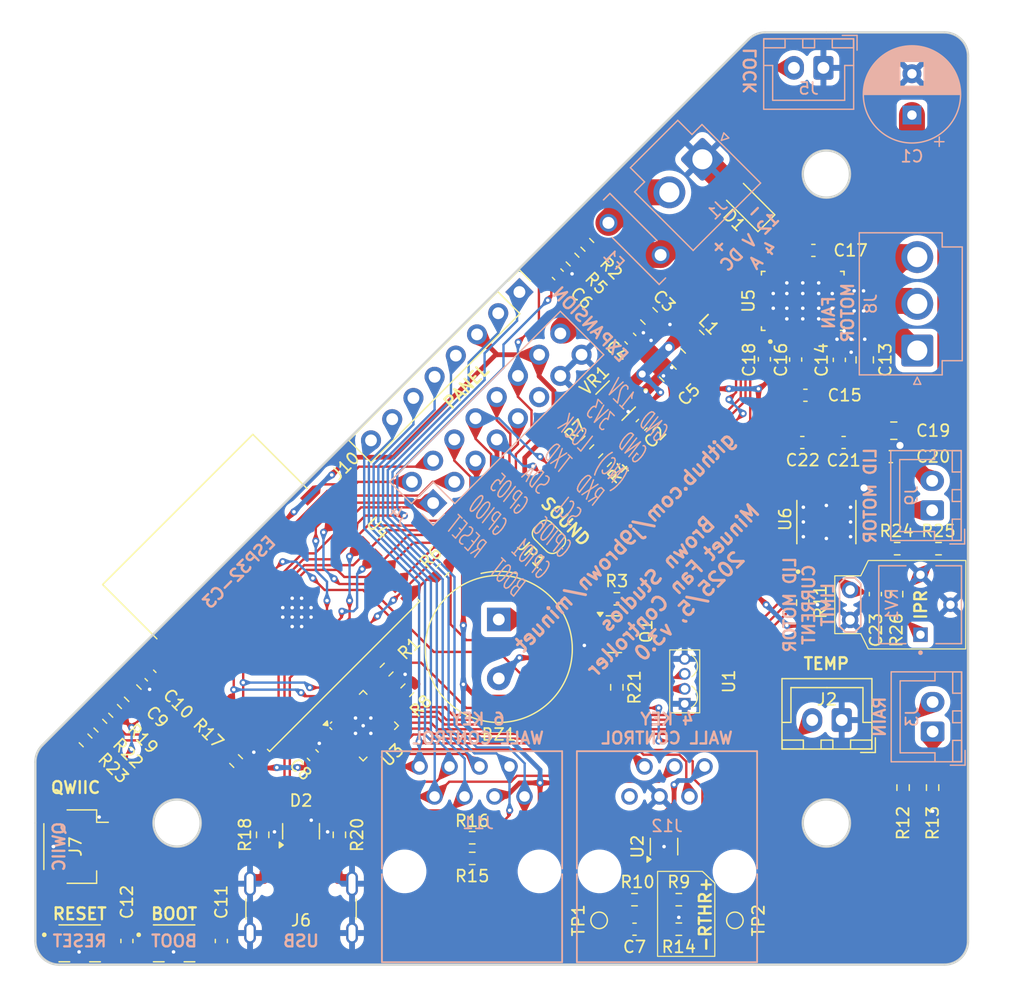
<source format=kicad_pcb>
(kicad_pcb (version 20240108) (generator "pcbnew") (generator_version "8.0")
  (layers (0 "F.Cu" signal) (31 "B.Cu" signal) (34 "B.Paste" user) (35 "F.Paste" user) (36 "B.SilkS" user "B.Silkscreen") (37 "F.SilkS" user "F.Silkscreen") (38 "B.Mask" user) (39 "F.Mask" user) (44 "Edge.Cuts" user))
  (net 0 "")
  (net 1 "GND")
  (net 2 "+12V")
  (net 3 "+3.3V")
  (net 4 "USB_D-")
  (net 5 "USB_D+")
  (net 6 "/lid/VM")
  (net 7 "/lid/VCP")
  (net 8 "/lid/CPL")
  (net 9 "SCL")
  (net 10 "SDA")
  (net 11 "XIO5")
  (net 12 "UART_RXD")
  (net 13 "/VIN")
  (net 14 "UART_TXD")
  (net 15 "/core/CC1")
  (net 16 "/core/CC2")
  (net 17 "/lid/CPH")
  (net 18 "/lid/OUT2")
  (net 19 "/lid/OUT1")
  (net 20 "/lid/IMODE")
  (net 21 "XIO7")
  (net 22 "/keypad/LED_AUTO")
  (net 23 "XIO4")
  (net 24 "/keypad/LED_RAIN")
  (net 25 "XIO3")
  (net 26 "XIO6")
  (net 27 "XIO2")
  (net 28 "XIO1")
  (net 29 "XIO0")
  (net 30 "/lid/IPROPI")
  (net 31 "/12V_IN")
  (net 32 "Net-(JP1-B)")
  (net 33 "Net-(Q1-C)")
  (net 34 "Net-(VR1-SW)")
  (net 35 "Net-(VR1-VBST)")
  (net 36 "Net-(U5-CP)")
  (net 37 "Net-(U5-CPH)")
  (net 38 "Net-(U5-CPL)")
  (net 39 "GPIO4")
  (net 40 "/RSEN")
  (net 41 "BOOT")
  (net 42 "RESET")
  (net 43 "Net-(U5-AVDD)")
  (net 44 "Net-(U5-DVDD)")
  (net 45 "Net-(J3-Pin_1)")
  (net 46 "GPIO3")
  (net 47 "GPIO1")
  (net 48 "GPIO0")
  (net 49 "Net-(J3-Pin_2)")
  (net 50 "XIO14")
  (net 51 "GPIO10")
  (net 52 "XIO8")
  (net 53 "XIO11")
  (net 54 "GPIO2_STRAP")
  (net 55 "LOCK")
  (net 56 "XIO10")
  (net 58 "XIO9")
  (net 59 "XIO12")
  (net 60 "XIO13")
  (net 61 "XIO15")
  (net 62 "GPIO5")
  (net 64 "/RTHR")
  (net 68 "GPIO6")
  (net 72 "Net-(NT1-Pad2)")
  (net 73 "/fan/A")
  (net 74 "/fan/B")
  (net 75 "/fan/C")
  (net 76 "Net-(Q1-B)")
  (net 77 "Net-(VR1-VFB)")
  (net 85 "Net-(R24-Pad1)")
  (footprint "Capacitor_SMD:C_0805_2012Metric" (layer "F.Cu") (at 86.571751 61.871751 135)
    (property "Reference" "C5")
    (property "Value" "47u")
  )
  (footprint "Inductor_SMD:L_1008_2520Metric" (layer "F.Cu") (at 88.66014 59.21014 135)
    (property "Reference" "L1")
    (property "Value" "3.3u")
  )
  (footprint "Diode_SMD:D_SMF" (layer "F.Cu") (at 93.25 47.5 135)
    (property "Reference" "D1")
    (property "Value" "SMF16A")
  )
  (footprint "Capacitor_SMD:C_0805_2012Metric" (layer "F.Cu") (at 84.978251 57.028249 -45)
    (property "Reference" "C3")
    (property "Value" "22u")
  )
  (footprint "Resistor_SMD:R_0603_1608Metric" (layer "F.Cu") (at 39.75 90.5 135)
    (property "Reference" "R19")
    (property "Value" "10K")
  )
  (footprint "Capacitor_SMD:C_0603_1608Metric" (layer "F.Cu") (at 97.9625 67.75 180)
    (property "Reference" "C22")
    (property "Value" "22n")
  )
  (footprint "TestPoint:TestPoint_Pad_D1.0mm" (layer "F.Cu") (at 92.25 108.25)
    (property "Reference" "TP2")
    (property "Value" "TestPoint_Small")
  )
  (footprint "Capacitor_SMD:C_0603_1608Metric" (layer "F.Cu") (at 94.75 60.7 -90)
    (property "Reference" "C18")
    (property "Value" "1u")
  )
  (footprint "Resistor_SMD:R_0603_1608Metric" (layer "F.Cu") (at 87.5 106.5 180)
    (property "Reference" "R9")
    (property "Value" "68K")
  )
  (footprint "Resistor_SMD:R_0603_1608Metric" (layer "F.Cu") (at 82.25 81)
    (property "Reference" "R3")
    (property "Value" "1K")
  )
  (footprint "Resistor_SMD:R_0603_1608Metric" (layer "F.Cu") (at 64.5 88.75 -135)
    (property "Reference" "R8")
    (property "Value" "10K")
  )
  (footprint "Resistor_SMD:R_0603_1608Metric" (layer "F.Cu") (at 105.95 80.6 90)
    (property "Reference" "R26")
    (property "Value" "2.21K")
  )
  (footprint "TPS561201:SOT95P280X110-6N" (layer "F.Cu") (at 82.150001 64.200001 -135)
    (property "Reference" "VR1")
    (property "Value" "TPS561201DDCR")
  )
  (footprint "Capacitor_SMD:C_0603_1608Metric" (layer "F.Cu") (at 98.9 51.4725)
    (property "Reference" "C17")
    (property "Value" "1u")
  )
  (footprint "TSOP39238:TSOP39238_Standoff" (layer "F.Cu") (at 88 89.9 180)
    (property "Reference" "U1")
    (property "Value" "TSOP39238")
  )
  (footprint "DRV8876PWPR:IC_DRV8876PWPR" (layer "F.Cu") (at 100 74.5 90)
    (property "Reference" "U6")
    (property "Value" "DRV8876PWP")
  )
  (footprint "Capacitor_SMD:C_0603_1608Metric" (layer "F.Cu") (at 84.35 66.25 -135)
    (property "Reference" "C2")
    (property "Value" "100n")
  )
  (footprint "Capacitor_SMD:C_0603_1608Metric" (layer "F.Cu") (at 98.225 63.75 180)
    (property "Reference" "C15")
    (property "Value" "1u")
  )
  (footprint "Capacitor_SMD:C_0603_1608Metric" (layer "F.Cu") (at 101.4625 67.75 180)
    (property "Reference" "C21")
    (property "Value" "100n")
  )
  (footprint "Package_TO_SOT_SMD:SOT-23" (layer "F.Cu") (at 82 84)
    (property "Reference" "Q1")
    (property "Value" "MMBT3904")
  )
  (footprint "Connector_JST:JST_SH_SM04B-SRSS-TB_1x04-1MP_P1.00mm_Horizontal" (layer "F.Cu") (at 36.4 102 -90)
    (property "Reference" "J7")
    (property "Value" "SM04B-SRSS-TB")
  )
  (footprint "Capacitor_SMD:C_0603_1608Metric" (layer "F.Cu") (at 104.15 80.6 90)
    (property "Reference" "C23")
    (property "Value" "10n")
  )
  (footprint "Capacitor_SMD:C_0603_1608Metric" (layer "F.Cu") (at 101.1 60.750001 90)
    (property "Reference" "C14")
    (property "Value" "100n")
  )
  (footprint "Resistor_SMD:R_0603_1608Metric" (layer "F.Cu") (at 82.25 88.5 -90)
    (property "Reference" "R21")
    (property "Value" "10K")
  )
  (footprint "Capacitor_SMD:C_0603_1608Metric" (layer "F.Cu") (at 40.75 110 -90)
    (property "Reference" "C12")
    (property "Value" "1u")
  )
  (footprint "Resistor_SMD:R_0603_1608Metric" (layer "F.Cu") (at 87.5 109)
    (property "Reference" "R14")
    (property "Value" "1M")
  )
  (footprint "Resistor_SMD:R_0603_1608Metric" (layer "F.Cu") (at 37.25 93 135)
    (property "Reference" "R23")
    (property "Value" "10K")
  )
  (footprint "PCM_Espressif:ESP32-C3-WROOM-02" (layer "F.Cu") (at 54.25 82.621321 45)
    (property "Reference" "U4")
    (property "Value" "ESP32-C3-WROOM-02-N4")
  )
  (footprint "Resistor_SMD:R_0603_1608Metric" (layer "F.Cu") (at 52.25 101 -90)
    (property "Reference" "R18")
    (property "Value" "5.1K")
  )
  (footprint "Capacitor_SMD:C_0603_1608Metric" (layer "F.Cu") (at 105.4625 68.95)
    (property "Reference" "C20")
    (property "Value" "100n")
  )
  (footprint "Capacitor_SMD:C_0603_1608Metric" (layer "F.Cu") (at 56.5 94.25 -45)
    (property "Reference" "C8")
    (property "Value" "100n")
  )
  (footprint "Resistor_SMD:R_0603_1608Metric" (layer "F.Cu") (at 38.5 91.75 135)
    (property "Reference" "R22")
    (property "Value" "10K")
  )
  (footprint "Resistor_SMD:R_0603_1608Metric" (layer "F.Cu") (at 98 81.325 90)
    (property "Reference" "R11")
    (property "Value" "10K")
  )
  (footprint "EVQ-P7A01P:SW_EVQ-P7A01P" (layer "F.Cu") (at 44.75 110.2)
    (property "Reference" "SW1" (hide yes))
    (property "Value" "EVQ-P7A01P")
  )
  (footprint "Package_TO_SOT_SMD:SOT-353_SC-70-5" (layer "F.Cu") (at 86.25 102 90)
    (property "Reference" "U2")
    (property "Value" "LMV331IDCK")
  )
  (footprint "Resistor_SMD:R_0603_1608Metric" (layer "F.Cu") (at 79.75 67.75 -135)
    (property "Reference" "R7")
    (property "Value" "10K")
  )
  (footprint "Capacitor_SMD:C_0805_2012Metric" (layer "F.Cu") (at 105.7125 66.75 180)
    (property "Reference" "C19")
    (property "Value" "2.2u")
  )
  (footprint "Capacitor_SMD:C_0603_1608Metric" (layer "F.Cu") (at 83.4 58.95 -45)
    (property "Reference" "C4")
    (property "Value" "100n")
  )
  (footprint "Resistor_SMD:R_0603_1608Metric" (layer "F.Cu") (at 78.5 52.25 135)
    (property "Reference" "R5")
    (property "Value" "10K")
  )
  (footprint "Jumper:SolderJumper-2_P1.3mm_Bridged_RoundedPad1.0x1.5mm" (layer "F.Cu") (at 76.5 75.75 -45)
    (property "Reference" "JP1")
    (property "Value" "SolderJumper_2_Bridged")
  )
  (footprint "Connector_USB:USB_C_Receptacle_GCT_USB4105-xx-A_16P_TopMnt_Horizontal" (layer "F.Cu") (at 55.5 108.25)
    (property "Reference" "J6")
    (property "Value" "USB4105-GF-A")
  )
  (footprint "Capacitor_SMD:C_0805_2012Metric" (layer "F.Cu") (at 103.25 60.75 90)
    (property "Reference" "C13")
    (property "Value" "22u")
  )
  (footprint "Capacitor_SMD:C_0603_1608Metric" (layer "F.Cu") (at 77.25 53.5 -45)
    (property "Reference" "C6")
    (property "Value" "100n")
  )
  (footprint "Package_DFN_QFN:WQFN-24-1EP_4x4mm_P0.5mm_EP2.45x2.45mm" (layer "F.Cu") (at 60.763864 91.753903 45)
    (property "Reference" "U3")
    (property "Value" "TCA9555RTW")
  )
  (footprint "Capacitor_SMD:C_0603_1608Metric" (layer "F.Cu") (at 48.75 110 -90)
    (property "Reference" "C11")
    (property "Value" "10p")
  )
  (footprint "Resistor_SMD:R_0603_1608Metric" (layer "F.Cu") (at 50 94.75 -45)
    (property "Reference" "R17")
    (property "Value" "10K")
  )
  (footprint "MCF8316D:MCF8316D" (layer "F.Cu") (at 98 55.75 90)
    (property "Reference" "U5")
    (property "Value" "MCF8316D")
  )
  (footprint "Resistor_SMD:R_0603_1608Metric" (layer "F.Cu") (at 79.75 51 -45)
    (property "Reference" "R2")
    (property "Value" "100K")
  )
  (footprint "Generic:NetTie-2_SMD_Pad0.2mm" (layer "F.Cu") (at 61.55 88.4 135)
    (property "Reference" "NT3" (hide yes))
    (property "Value" "NetTie_2" (hide yes))
  )
  (footprint "Resistor_SMD:R_0603_1608Metric" (layer "F.Cu") (at 70 103)
    (property "Reference" "R15")
    (property "Value" "10K")
  )
  (footprint "Resistor_SMD:R_0603_1608Metric" (layer "F.Cu") (at 106 76.75 180)
    (property "Reference" "R24")
    (property "Value" "51K")
  )
  (footprint "Resistor_SMD:R_0603_1608Metric" (layer "F.Cu") (at 70 101.25)
    (property "Reference" "R16")
    (property "Value" "10K")
  )
  (footprint "TestPoint:TestPoint_Pad_D1.0mm" (layer "F.Cu") (at 80.75 108.25)
    (property "Reference" "TP1")
    (property "Value" "TestPoint_Small")
  )
  (footprint "Capacitor_SMD:C_0603_1608Metric" (layer "F.Cu") (at 42.75 87.5 -45)
    (property "Reference" "C10")
    (property "Value" "100n")
  )
  (footprint "Generic:NetTie-2_SMD_Pad0.2mm" (layer "F.Cu") (at 81.5 52.75 135)
    (property "Reference" "NT1" (hide yes))
    (property "Value" "NetTie_2" (hide yes))
  )
  (footprint "Buzzer_Beeper:Buzzer_TDK_PS1240P02BT_D12.2mm_H6.5mm" (layer "F.Cu") (at 72.25 82.75 -90)
    (property "Reference" "BZ1")
    (property "Value" "PS1240P02BT")
  )
  (footprint "Package_TO_SOT_SMD:SOT-23" (layer "F.Cu") (at 55.5 100.7 90)
    (property "Reference" "D2")
    (property "Value" "PESD3V3S2UT")
  )
  (footprint "Resistor_SMD:R_0603_1608Metric" (layer "F.Cu") (at 62.75 87 -135)
    (property "Reference" "R1")
    (property "Value" "10K")
  )
  (footprint "Resistor_SMD:R_0603_1608Metric" (layer "F.Cu") (at 106.5 97 -90)
    (property "Reference" "R12")
    (property "Value" "100K")
  )
  (footprint "Resistor_SMD:R_0603_1608Metric" (layer "F.Cu") (at 83.75 106.5 180)
    (property "Reference" "R10")
    (property "Value" "100K")
  )
  (footprint "Capacitor_SMD:C_0603_1608Metric" (layer "F.Cu") (at 97.4 60.7225 90)
    (property "Reference" "C16")
    (property "Value" "47n")
  )
  (footprint "Capacitor_SMD:C_0603_1608Metric" (layer "F.Cu") (at 83.75 109)
    (property "Reference" "C7")
    (property "Value" "100n")
  )
  (footprint "Capacitor_SMD:C_0805_2012Metric" (layer "F.Cu") (at 41.25 89 135)
    (property "Reference" "C9")
    (property "Value" "10u")
  )
  (footprint "Resistor_SMD:R_0603_1608Metric" (layer "F.Cu") (at 109 97 -90)
    (property "Reference" "R13")
    (property "Value" "100K")
  )
  (footprint "Generic:NetTie-2_SMD_Pad1.0mm" (layer "F.Cu") (at 104.75 64.25 -90)
    (property "Reference" "NT4" (hide yes))
    (property "Value" "NetTie_2" (hide yes))
  )
  (footprint "Connector_PinHeader_2.54mm:PinHeader_1x08_P2.54mm_Vertical" (layer "F.Cu") (at 74 55 -45)
    (property "Reference" "J10")
    (property "Value" "G800LE300018YEU")
  )
  (footprint "Resistor_SMD:R_0603_1608Metric" (layer "F.Cu") (at 58.75 101 90)
    (property "Reference" "R20")
    (property "Value" "5.1K")
  )
  (footprint "Resistor_SMD:R_0603_1608Metric" (layer "F.Cu") (at 67.5 78.55 -135)
    (property "Reference" "R6")
    (property "Value" "10K")
  )
  (footprint "EVQ-P7A01P:SW_EVQ-P7A01P" (layer "F.Cu") (at 36.75 110.2)
    (property "Reference" "SW2" (hide yes))
    (property "Value" "EVQ-P7A01P")
  )
  (footprint "Resistor_SMD:R_0603_1608Metric" (layer "F.Cu") (at 81.25 69.25 45)
    (property "Reference" "R4")
    (property "Value" "33.2K")
  )
  (footprint "Connector_JST:JST_XH_B2B-XH-A_1x02_P2.50mm_Vertical" (layer "F.Cu") (at 101.3 91.275 180)
    (property "Reference" "J2")
    (property "Value" "B2B-XH-A")
  )
  (footprint "Resistor_SMD:R_0603_1608Metric" (layer "F.Cu") (at 109.5 76.75 180)
    (property "Reference" "R25")
    (property "Value" "10K")
  )
  (footprint "Generic:NetTie-2_SMD_Pad1.0mm" (layer "F.Cu") (at 82.912493 55.037498 -45)
    (property "Reference" "NT2" (hide yes))
    (property "Value" "NetTie_2" (hide yes))
  )
  (footprint "3362P-1-502LF:TRIM_3362P-1-502LF" (layer "B.Cu") (at 107.9725 81.5 90)
    (property "Reference" "RV1")
    (property "Value" "5K")
  )
  (footprint "MTJ-889X1:CONN_MTJ-889X1_ADM" (layer "B.Cu") (at 74.43 97.75 180)
    (property "Reference" "J11")
    (property "Value" "MTJ-889X1")
  )
  (footprint "Capacitor_THT:CP_Radial_D8.0mm_P3.50mm" (layer "B.Cu") (at 107.25 40 90)
    (property "Reference" "C1")
    (property "Value" "680u")
  )
  (footprint "MTJ-669X1:CONN_MTJ-669X1_ADM" (layer "B.Cu") (at 90.945 97.75 180)
    (property "Reference" "J12")
    (property "Value" "MTJ-669X1")
  )
  (footprint "Connector_JST:JST_XH_B2B-XH-A_1x02_P2.50mm_Vertical" (layer "B.Cu") (at 99.75 36 180)
    (property "Reference" "J5")
    (property "Value" "B2B-XH-A")
  )
  (footprint "TestPoint:TestPoint_2Pads_Pitch2.54mm_Drill0.8mm" (layer "B.Cu") (at 102.0125 82.79 90)
    (property "Reference" "TP3" (hide yes))
    (property "Value" "TestPoint_2Pole")
  )
  (footprint "RGEF:RGEF400K" (layer "B.Cu") (at 83.75 50.5 -45)
    (property "Reference" "F1")
    (property "Value" "RGEF400K")
  )
  (footprint "Connector_JST:JST_VH_B2P-VH-B_1x02_P3.96mm_Vertical" (layer "B.Cu") (at 89.5 43.75 -135)
    (property "Reference" "J1")
    (property "Value" "B2P-VH-B")
  )
  (footprint "Connector_JST:JST_XH_B2B-XH-A_1x02_P2.50mm_Vertical" (layer "B.Cu") (at 109 92.25 90)
    (property "Reference" "J3")
    (property "Value" "B2B-XH-A")
  )
  (footprint "Connector_JST:JST_XH_B2B-XH-A_1x02_P2.50mm_Vertical" (layer "B.Cu") (at 108.9625 73.5 90)
    (property "Reference" "J9")
    (property "Value" "B2B-XH-A")
  )
  (footprint "Connector_PinSocket_2.54mm:PinSocket_2x08_P2.54mm_Vertical" (layer "B.Cu") (at 66.689718 72.884618 -45)
    (property "Reference" "J4")
    (property "Value" "PPPC082LFBN-RC")
  )
  (footprint "Connector_JST:JST_VH_B3P-VH-B_1x03_P3.96mm_Vertical" (layer "B.Cu") (at 107.7 59.96 90)
    (property "Reference" "J8")
    (property "Value" "B3P-VH-B")
  )
  (gr_poly (pts (xy 101.4025 70.97) (xy 101.4025 70.55) (xy 102.1725 69.79) (xy 102.5125 70.65) (xy 101.9525 70.65) (xy 101.8425 70.75) (xy 101.8425 70.96)) (fill solid) (layer "F.Cu") (net 18))
  (gr_poly (pts (xy 101.1 56.35) (xy 101.1 56.65) (xy 101.95 56.65) (xy 102.3 56.85) (xy 103.15 56.85) (xy 103.15 56.35)) (fill solid) (layer "F.Cu") (net 1))
  (gr_poly (pts (xy 100.6 57.850001) (xy 100.6 60.400001) (xy 104 60.400001) (xy 104 59) (xy 101.35 57.85)) (fill solid) (layer "F.Cu") (net 1))
  (gr_poly (pts (xy 102.2 57.05) (xy 101.85 56.85) (xy 101.1 56.85) (xy 101.1 57.65) (xy 101.4 57.65) (xy 104.7 59) (xy 105.4 57.05) (xy 104.75 57.05) (xy 103.3 57.05)) (fill solid) (layer "F.Cu") (net 73))
  (gr_poly (pts (xy 101.1 54.85) (xy 101.95 54.85) (xy 102.3 54.65) (xy 103.15 54.65) (xy 103.15 55.15) (xy 101.1 55.15)) (fill solid) (layer "F.Cu") (net 1))
  (gr_poly (pts (xy 81.95 63.3) (xy 83.100001 62.15) (xy 83.1 59.95) (xy 82.55 59.400001) (xy 83.600001 58.35) (xy 82.900001 57.65) (xy 81.55 59) (xy 81.549999 62.9)) (stroke (width 0.05)) (fill solid) (layer "F.Cu") (net 13))
  (gr_poly (pts (xy 99.1 57.850001) (xy 100.4 57.850001) (xy 100.4 59.300001) (xy 100.4 60.750001) (xy 100.85 60.750001) (xy 100.85 62.950001) (xy 100.35 62.950001) (xy 99.65 62.7225) (xy 99.1 61.7225) (xy 99.1 59.400001)) (fill solid) (layer "F.Cu") (net 2))
  (gr_poly (pts (xy 103.4 56.15) (xy 104.1 56.85) (xy 104.95 56.85) (xy 104.95 54.65) (xy 104.1 54.65) (xy 103.4 55.35) (xy 101.1 55.35) (xy 101.1 56.15)) (fill solid) (layer "F.Cu") (net 74))
  (gr_poly (pts (xy 82.562493 64.887499) (xy 83.212493 65.537498) (xy 87.3 61.4) (xy 85.400001 59.5) (xy 87.2 57.75) (xy 85.9 56.45) (xy 82.95 59.4) (xy 85.5 61.95)) (stroke (width 0.05)) (fill solid) (layer "F.Cu") (net 1))
  (gr_poly (pts (xy 100.85 70.9) (xy 100.85 69.5) (xy 101.45 69.85) (xy 101.2 70.2) (xy 101.1 70.45) (xy 101.1 70.9)) (stroke (width 0.2)) (fill solid) (layer "F.Cu") (net 6))
  (gr_poly (pts (xy 82.200001 63.6) (xy 83.2 62.6) (xy 83.75 63.15) (xy 82.750001 64.15)) (stroke (width 0.05)) (fill solid) (layer "F.Cu") (net 34))
  (gr_poly (pts (xy 104.95 54.45) (xy 103.3 54.45) (xy 102.2 54.45) (xy 101.85 54.65) (xy 101.1 54.65) (xy 101.1 53.85) (xy 101.4 53.85) (xy 104.55 52.35)) (fill solid) (layer "F.Cu") (net 75))
  (gr_poly (pts (xy 100.7125 79.05) (xy 102.9125 79.05) (xy 103.55 77.75) (xy 111.8125 77.75) (xy 111.8 85.25) (xy 103.55 85.25) (xy 102.9125 83.95) (xy 100.7125 83.95)) (stroke (width 0.1)) (fill none) (layer "F.SilkS"))
  (gr_poly (pts (xy 85.7 104.1) (xy 89.5 104.1) (xy 90.55 105.1) (xy 90.55 111.3) (xy 85.7 111.3)) (stroke (width 0.1)) (fill none) (layer "F.SilkS"))
  (gr_line (start 93.4142 33.5858) (end 33.585786 93.414214) (stroke (width 0.2)) (layer "Edge.Cuts"))
  (gr_line (start 100 33) (end 94.819119 33) (stroke (width 0.2)) (layer "Edge.Cuts"))
  (gr_line (start 110 33) (end 100 33) (stroke (width 0.2)) (layer "Edge.Cuts"))
  (gr_arc (start 110 33) (mid 111.414214 33.585786) (end 112 35) (stroke (width 0.2)) (layer "Edge.Cuts"))
  (gr_line (start 112 110) (end 112 35) (stroke (width 0.2)) (layer "Edge.Cuts"))
  (gr_circle (center 45 100) (end 47 100) (stroke (width 0.2)) (fill none) (layer "Edge.Cuts"))
  (gr_arc (start 35 112) (mid 33.585786 111.414214) (end 33 110) (stroke (width 0.2)) (layer "Edge.Cuts"))
  (gr_arc (start 112 110) (mid 111.414214 111.414214) (end 110 112) (stroke (width 0.2)) (layer "Edge.Cuts"))
  (gr_line (start 33 100) (end 33 110) (stroke (width 0.2)) (layer "Edge.Cuts"))
  (gr_arc (start 93.4142 33.5858) (mid 94.063062 33.15225) (end 94.819119 33) (stroke (width 0.2)) (layer "Edge.Cuts"))
  (gr_line (start 33 94.8284) (end 33 100) (stroke (width 0.2)) (layer "Edge.Cuts"))
  (gr_circle (center 100 45) (end 102 45) (stroke (width 0.2)) (fill none) (layer "Edge.Cuts"))
  (gr_arc (start 33 94.8284) (mid 33.152232 94.063055) (end 33.585786 93.414214) (stroke (width 0.2)) (layer "Edge.Cuts"))
  (gr_circle (center 100 100) (end 102 100) (stroke (width 0.2)) (fill none) (layer "Edge.Cuts"))
  (gr_line (start 35 112) (end 110 112) (stroke (width 0.2)) (layer "Edge.Cuts"))
  (gr_text "LID MOTOR\nCURRENT\nLIMIT" (at 98.5125 81.5 90) (layer "B.SilkS") (effects (font (size 1 1) (thickness 0.2) (bold yes)) (justify mirror)))
  (gr_text "github.com/j9brown/minuet\n\nBrown Studios\nMinuet Fan Controller\n2025/5, v3.0" (at 85.65 78.9 45) (layer "B.SilkS") (effects (font (size 1.2 1.2) (thickness 0.24) (bold yes)) (justify mirror)))
  (gr_text "12V\n3V3\nLOCK\nTXD\nSDA\nGPIO5\nGPIO0\nRESET" (at 77.2 70.85 315) (layer "B.SilkS") (effects (font (size 1.58 0.8) (thickness 0.125) (italic yes)) (justify left mirror)))
  (gr_text "LOCK" (at 93.55 36.25 90) (layer "B.SilkS") (effects (font (size 1 1) (thickness 0.2) (bold yes)) (justify mirror)))
  (gr_text "4 KEY\nWALL CONTROL" (at 86.5 92 0) (layer "B.SilkS") (effects (font (size 1 1) (thickness 0.2) (bold yes)) (justify mirror)))
  (gr_text "LID MOTOR" (at 103.7125 72.25 90) (layer "B.SilkS") (effects (font (size 1 1) (thickness 0.2) (bold yes)) (justify mirror)))
  (gr_text "-    +\n12 V DC\n4 A" (at 93.5 50.75 45) (layer "B.SilkS") (effects (font (size 1 1) (thickness 0.2) (bold yes)) (justify mirror)))
  (gr_text "RAIN" (at 104.5 91 90) (layer "B.SilkS") (effects (font (size 1 1) (thickness 0.2) (bold yes)) (justify mirror)))
  (gr_text "QWIIC" (at 35 102 90) (layer "B.SilkS") (effects (font (size 1 1) (thickness 0.2) (bold yes)) (justify mirror)))
  (gr_text "BOOT" (at 44.75 110 0) (layer "B.SilkS") (effects (font (size 1 1) (thickness 0.2) (bold yes)) (justify mirror)))
  (gr_text "USB" (at 55.5 110 0) (layer "B.SilkS") (effects (font (size 1 1) (thickness 0.2) (bold yes)) (justify mirror)))
  (gr_text "EXPANSION" (at 80 57.75 -45) (layer "B.SilkS") (effects (font (size 1 1) (thickness 0.2) (bold yes)) (justify mirror)))
  (gr_text "RESET" (at 36.75 110 0) (layer "B.SilkS") (effects (font (size 1 1) (thickness 0.2) (bold yes)) (justify mirror)))
  (gr_text "6 KEY\nWALL CONTROL" (at 70.5 92 0) (layer "B.SilkS") (effects (font (size 1 1) (thickness 0.2) (bold yes)) (justify mirror)))
  (gr_text "FAN\nMOTOR" (at 101 56.75 90) (layer "B.SilkS") (effects (font (size 1 1) (thickness 0.2) (bold yes)) (justify mirror)))
  (gr_text "GND\nGND\n(NC)\nRXD\nSCL\nGPIO6\nGPIO1\nBOOT" (at 78.2 71.85 315) (layer "B.SilkS") (effects (font (size 1.58 0.8) (thickness 0.125) (italic yes)) (justify right mirror)))
  (gr_text "ESP32-C3" (at 50.25 78.75 45) (layer "B.SilkS") (effects (font (size 1 1) (thickness 0.2) (bold yes)) (justify mirror)))
  (gr_text "PANEL" (at 69.5 63 45) (layer "F.SilkS") (effects (font (size 1 1) (thickness 0.2) (bold yes))))
  (gr_text "TEMP" (at 100 86.5 0) (layer "F.SilkS") (effects (font (size 1 1) (thickness 0.2) (bold yes))))
  (gr_text "SOUND" (at 77.9 74.45 -45) (layer "F.SilkS") (effects (font (size 1 1) (thickness 0.2) (bold yes))))
  (gr_text "-RTHR+" (at 89.75 107.75 90) (layer "F.SilkS") (effects (font (size 1 1) (thickness 0.2) (bold yes))))
  (gr_text "BOOT" (at 44.75 107.7 0) (layer "F.SilkS") (effects (font (size 1 1) (thickness 0.2) (bold yes))))
  (gr_text "RESET" (at 36.75 107.7 0) (layer "F.SilkS") (effects (font (size 1 1) (thickness 0.2) (bold yes))))
  (gr_text "QWIIC" (at 36.4 97 0) (layer "F.SilkS") (effects (font (size 1 1) (thickness 0.2) (bold yes))))
  (gr_text "IPR" (at 108 81.5 90) (layer "F.SilkS") (effects (font (size 1 1) (thickness 0.2) (bold yes))))
  (segment (start 94.6 55) (end 95.8725 55) (width 0.3) (layer "F.Cu") (net 1))
  (segment (start 61.25 89.570712) (end 60.8 90.020712) (width 0.2) (layer "F.Cu") (net 1))
  (segment (start 58.75 100.175) (end 58.325 100.175) (width 0.4) (layer "F.Cu") (net 1))
  (segment (start 53.965345 82.534655) (end 54.740345 83.309655) (width 0.4) (layer "F.Cu") (net 1))
  (segment (start 38.4 100.5) (end 38.4 99.5) (width 0.4) (layer "F.Cu") (net 1))
  (segment (start 95.25 53.8225) (end 95.9 54.4725) (width 0.3) (layer "F.Cu") (net 1))
  (segment (start 52.675 100.175) (end 53.25 100.75) (width 0.4) (layer "F.Cu") (net 1))
  (segment (start 51.502334 94) (end 51.499996 94) (width 0.4) (layer "F.Cu") (net 1))
  (segment (start 58.325 100.175) (end 57.75 100.75) (width 0.4) (layer "F.Cu") (net 1))
  (segment (start 98.25 53.35) (end 98.25 54.05) (width 0.3) (layer "F.Cu") (net 1))
  (segment (start 59.245 104.57) (end 59.82 105.145) (width 0.4) (layer "F.Cu") (net 1))
  (segment (start 107.1575 79.775) (end 105.95 79.775) (width 0.4) (layer "F.Cu") (net 1))
  (segment (start 34.525 102) (end 34.525 104.8) (width 0.4) (layer "F.Cu") (net 1))
  (segment (start 95.25 53.35) (end 95.25 53.8225) (width 0.3) (layer "F.Cu") (net 1))
  (segment (start 84.7 66.996016) (end 83.946016 67.75) (width 0.2) (layer "F.Cu") (net 1))
  (segment (start 41.921751 89.424265) (end 42.673008 88.673008) (width 0.4) (layer "F.Cu") (net 1))
  (segment (start 34.95 110.925) (end 36.7 110.925) (width 0.4) (layer "F.Cu") (net 1))
  (segment (start 81.0625 84.95) (end 79.75 84.95) (width 0.4) (layer "F.Cu") (net 1))
  (segment (start 98.25 52.8975) (end 99.675 51.4725) (width 0.3) (layer "F.Cu") (net 1))
  (segment (start 55.545979 81.004021) (end 56.320979 81.779021) (width 0.4) (layer "F.Cu") (net 1))
  (segment (start 83.212494 65.137498) (end 83.249996 65.137498) (width 0.2) (layer "F.Cu") (net 1))
  (segment (start 95.749999 57.525004) (end 95.75 57.525003) (width 0.3) (layer "F.Cu") (net 1))
  (segment (start 55.52561 83.32561) (end 55.140955 83.710265) (width 0.4) (layer "F.Cu") (net 1))
  (segment (start 55.5 99.7625) (end 56.3625 99.7625) (width 0.4) (layer "F.Cu") (net 1))
  (segment (start 102.55 71.6) (end 103.187474 71.6) (width 1) (layer "F.Cu") (net 1))
  (segment (start 98.375 71.6) (end 98.375 73.0125) (width 0.4) (layer "F.Cu") (net 1))
  (segment (start 54.363137 82.932448) (end 54.747792 82.547793) (width 0.4) (layer "F.Cu") (net 1))
  (segment (start 99.75 53.35) (end 99.75 54.0725) (width 0.3) (layer "F.Cu") (net 1))
  (segment (start 80.916726 67.75) (end 80.333363 67.166637) (width 0.2) (layer "F.Cu") (net 1))
  (segment (start 83.946016 67.75) (end 80.916726 67.75) (width 0.2) (layer "F.Cu") (net 1))
  (segment (start 98 82.15) (end 98.59998 82.15) (width 0.4) (layer "F.Cu") (net 1))
  (segment (start 95.75 60.475) (end 94.75 61.475) (width 0.3) (layer "F.Cu") (net 1))
  (segment (start 54.747792 82.547793) (end 54.747792 82.547792) (width 0.4) (layer "F.Cu") (net 1))
  (segment (start 86.25 102.95) (end 86.25 102) (width 0.4) (layer "F.Cu") (net 1))
  (segment (start 36.7 110.925) (end 38.55 110.925) (width 0.4) (layer "F.Cu") (net 1))
  (segment (start 98.25 53.35) (end 98.25 52.8975) (width 0.3) (layer "F.Cu") (net 1))
  (segment (start 38.55 110.925) (end 40.6 110.925) (width 0.4) (layer "F.Cu") (net 1))
  (segment (start 95.75 58.15) (end 95.75 60.475) (width 0.3) (layer "F.Cu") (net 1))
  (segment (start 52.376167 93.126167) (end 51.502334 94) (width 0.4) (layer "F.Cu") (net 1))
  (segment (start 106.2375 67.175) (end 106.6625 66.75) (width 1) (layer "F.Cu") (net 1))
  (segment (start 56.320979 81.779021) (end 56.696589 82.154631) (width 0.4) (layer "F.Cu") (net 1))
  (segment (start 53.58532 82.154631) (end 53.969975 81.769976) (width 0.4) (layer "F.Cu") (net 1))
  (segment (start 52.3 104.57) (end 51.755 104.57) (width 0.4) (layer "F.Cu") (net 1))
  (segment (start 51.755 104.57) (end 51.18 105.145) (width 0.4) (layer "F.Cu") (net 1))
  (segment (start 61.574831 92.918425) (end 61.32 92.663594) (width 0.3) (layer "F.Cu") (net 1))
  (segment (start 58.7 104.57) (end 59.245 104.57) (width 0.4) (layer "F.Cu") (net 1))
  (segment (start 99.25 53.35) (end 99.25 54.1225) (width 0.3) (layer "F.Cu") (net 1))
  (segment (start 58.717767 91.267767) (end 59.2 91.75) (width 0.2) (layer "F.Cu") (net 1))
  (segment (start 107.9725 78.96) (end 110.1825 76.75) (width 0.2) (layer "F.Cu") (net 1))
  (segment (start 106.2375 68) (end 106.2375 67.175) (width 1) (layer "F.Cu") (net 1))
  (segment (start 97.725 72.975) (end 97.75 73) (width 0.4) (layer "F.Cu") (net 1))
  (segment (start 94.6 54) (end 95.4275 54) (width 0.3) (layer "F.Cu") (net 1))
  (segment (start 54.744975 80.994975) (end 54.744976 80.994975) (width 0.4) (layer "F.Cu") (net 1))
  (segment (start 44.7 110.925) (end 46.55 110.925) (width 0.4) (layer "F.Cu") (net 1))
  (segment (start 54.747792 82.547792) (end 54.747793 82.547792) (width 0.4) (layer "F.Cu") (net 1))
  (segment (start 100.75 53.95) (end 100.65 54.05) (width 0.3) (layer "F.Cu") (net 1))
  (segment (start 56.30061 82.55061) (end 55.52561 83.32561) (width 0.4) (layer "F.Cu") (net 1))
  (segment (start 77.868718 54.048008) (end 78.458363 53.458363) (width 0.4) (layer "F.Cu") (net 1))
  (segment (start 54.744976 80.994975) (end 55.140955 80.598996) (width 0.4) (layer "F.Cu") (net 1))
  (segment (start 55.522792 81.772793) (end 55.522792 81.772792) (width 0.4) (layer "F.Cu") (net 1))
  (segment (start 84.7 66.587502) (end 84.7 66.996016) (width 0.2) (layer "F.Cu") (net 1))
  (segment (start 42.673008 88.673008) (end 43.298008 88.048008) (width 0.4) (layer "F.Cu") (net 1))
  (segment (start 97.725 71.6) (end 97.725 72.975) (width 0.4) (layer "F.Cu") (net 1))
  (segment (start 95.75 57.525003) (end 95.75 57.4) (width 0.3) (layer "F.Cu") (net 1))
  (segment (start 104.15 79.825) (end 105.9 79.825) (width 0.4) (layer "F.Cu") (net 1))
  (segment (start 83.249996 65.137498) (end 84.7 66.587502) (width 0.2) (layer "F.Cu") (net 1))
  (segment (start 53.969975 81.769976) (end 53.969976 81.769976) (width 0.4) (layer "F.Cu") (net 1))
  (segment (start 56.696589 82.154631) (end 56.30061 82.55061) (width 0.4) (layer "F.Cu") (net 1))
  (segment (start 53.969976 81.769976) (end 53.969976 81.769975) (width 0.4) (layer "F.Cu") (net 1))
  (segment (start 55.482807 82.567193) (end 55.883417 82.967803) (width 0.4) (layer "F.Cu") (net 1))
  (segment (start 54.732807 81.817193) (end 55.482807 82.567193) (width 0.4) (layer "F.Cu") (net 1))
  (segment (start 95.749999 58.15) (end 95.749999 57.525004) (width 0.3) (layer "F.Cu") (net 1))
  (segment (start 98.59998 82.15) (end 99.24998 81.5) (width 0.4) (layer "F.Cu") (net 1))
  (segment (start 58.864214 90.914214) (end 59.45 91.5) (width 0.2) (layer "F.Cu") (net 1))
  (segment (start 55.140955 80.598997) (end 55.545979 81.004021) (width 0.4) (layer "F.Cu") (net 1))
  (segment (start 98.75 53.35) (end 98.75 54.1225) (width 0.3) (layer "F.Cu") (net 1))
  (segment (start 60.8 90.020712) (end 60.8 90.35) (width 0.2) (layer "F.Cu") (net 1))
  (segment (start 55.522793 81.772792) (end 55.918772 81.376813) (width 0.4) (layer "F.Cu") (net 1))
  (segment (start 34.525 99.2) (end 34.525 102) (width 0.4) (layer "F.Cu") (net 1))
  (segment (start 54.327782 81.412168) (end 54.732807 81.817193) (width 0.4) (layer "F.Cu") (net 1))
  (segment (start 57.048008 94.798008) (end 57.048008 93.25) (width 0.3) (layer "F.Cu") (net 1))
  (segment (start 52.25 100.175) (end 52.675 100.175) (width 0.4) (layer "F.Cu") (net 1))
  (segment (start 94.6 54.5) (end 95.3725 54.5) (width 0.3) (layer "F.Cu") (net 1))
  (segment (start 54.747793 82.547792) (end 55.522792 81.772793) (width 0.4) (layer "F.Cu") (net 1))
  (segment (start 107.9725 78.96) (end 107.1575 79.775) (width 0.4) (layer "F.Cu") (net 1))
  (segment (start 86.675 108.825) (end 87.5 108) (width 0.4) (layer "F.Cu") (net 1))
  (segment (start 100.25 53.35) (end 100.25 54.1225) (width 0.3) (layer "F.Cu") (net 1))
  (segment (start 53.585321 82.154631) (end 53.965345 82.534655) (width 0.4) (layer "F.Cu") (net 1))
  (segment (start 42.95 110.925) (end 44.7 110.925) (width 0.4) (layer "F.Cu") (net 1))
  (segment (start 55.522792 81.772792) (end 55.522793 81.772792) (width 0.4) (layer "F.Cu") (net 1))
  (segment (start 106.2375 68.95) (end 106.2375 68) (width 1) (layer "F.Cu") (net 1))
  (segment (start 78.458363 53.458363) (end 79.083363 52.833363) (width 0.4) (layer "F.Cu") (net 1))
  (segment (start 96.75 58.15) (end 96.75 57.1225) (width 0.3) (layer "F.Cu") (net 1))
  (segment (start 54.740345 83.309655) (end 55.140955 83.710265) (width 0.4) (layer "F.Cu") (net 1))
  (segment (start 100.75 53.35) (end 100.75 53.95) (width 0.3) (layer "F.Cu") (net 1))
  (segment (start 58.509961 91.267767) (end 58.717767 91.267767) (width 0.2) (layer "F.Cu") (net 1))
  (segment (start 103.187474 71.6) (end 103.187487 71.600013) (width 1) (layer "F.Cu") (net 1))
  (segment (start 61.957107 93.300699) (end 61.574831 92.918425) (width 0.3) (layer "F.Cu") (net 1))
  (segment (start 53.969976 81.769975) (end 54.744975 80.994976) (width 0.4) (layer "F.Cu") (net 1))
  (segment (start 65.083363 88.166637) (end 64.316726 87.4) (width 0.4) (layer "F.Cu") (net 1))
  (segment (start 54.744975 80.994976) (end 54.744975 80.994975) (width 0.4) (layer "F.Cu") (net 1))
  (segment (start 84.525 109) (end 86.675 109) (width 0.4) (layer "F.Cu") (net 1))
  (segment (start 46.55 110.925) (end 48.6 110.925) (width 0.4) (layer "F.Cu") (net 1))
  (segment (start 109 97.825) (end 109 99) (width 0.4) (layer "F.Cu") (net 1))
  (segment (start 92.224695 46.474695) (end 89.5 43.75) (width 2.2) (layer "F.Cu") (net 1))
  (via (at 78.458363 53.458363) (size 0.6) (drill 0.3) (layers "F.Cu" "B.Cu") (net 1))
  (via (at 36.7 110.925) (size 0.6) (drill 0.3) (layers "F.Cu" "B.Cu") (net 1))
  (via (at 102.05 74.4875) (size 0.5) (drill 0.3) (layers "F.Cu" "B.Cu") (net 1))
  (via (at 60.763864 91.753903) (size 0.5) (drill 0.3) (layers "F.Cu" "B.Cu") (net 1))
  (via (at 98.05 75.7375) (size 0.5) (drill 0.3) (layers "F.Cu" "B.Cu") (net 1))
  (via (at 61.413864 92.403903) (size 0.5) (drill 0.3) (layers "F.Cu" "B.Cu") (net 1))
  (via (at 98.05 74.4875) (size 0.5) (drill 0.3) (layers "F.Cu" "B.Cu") (net 1))
  (via (at 84.700001 63.45) (size 0.5) (drill 0.3) (layers "F.Cu" "B.Cu") (net 1))
  (via (at 100.9 59) (size 0.5) (drill 0.3) (layers "F.Cu" "B.Cu") (net 1))
  (via (at 102.1 59) (size 0.5) (drill 0.3) (layers "F.Cu" "B.Cu") (net 1))
  (via (at 53.95 82.55) (size 0.5) (drill 0.3) (layers "F.Cu" "B.Cu") (net 1))
  (via (at 99.24998 81.5) (size 0.6) (drill 0.3) (layers "F.Cu" "B.Cu") (net 1))
  (via (at 102.35 54.9) (size 0.5) (drill 0.3) (layers "F.Cu" "B.Cu") (net 1))
  (via (at 86.2 62.100001) (size 0.5) (drill 0.3) (layers "F.Cu" "B.Cu") (net 1))
  (via (at 51.499996 94) (size 0.6) (drill 0.3) (layers "F.Cu" "B.Cu") (net 1))
  (via (at 98.05 73.2375) (size 0.5) (drill 0.3) (layers "F.Cu" "B.Cu") (net 1))
  (via (at 55.55 80.95) (size 0.5) (drill 0.3) (layers "F.Cu" "B.Cu") (net 1))
  (via (at 55.55 82.55) (size 0.5) (drill 0.3) (layers "F.Cu" "B.Cu") (net 1))
  (via (at 109 99) (size 0.6) (drill 0.3) (layers "F.Cu" "B.Cu") (net 1))
  (via (at 85.15 59.1) (size 0.5) (drill 0.3) (layers "F.Cu" "B.Cu") (net 1))
  (via (at 54.75 81.75) (size 0.5) (drill 0.3) (layers "F.Cu" "B.Cu") (net 1))
  (via (at 56.35 82.55) (size 0.5) (drill 0.3) (layers "F.Cu" "B.Cu") (net 1))
  (via (at 64.316726 87.4) (size 0.6) (drill 0.3) (layers "F.Cu" "B.Cu") (net 1))
  (via (at 86.75 57.75) (size 0.5) (drill 0.3) (layers "F.Cu" "B.Cu") (net 1))
  (via (at 106.2375 68) (size 1) (drill 0.6) (layers "F.Cu" "B.Cu") (net 1))
  (via (at 55.55 81.75) (size 0.5) (drill 0.3) (layers "F.Cu" "B.Cu") (net 1))
  (via (at 102.1 60.1) (size 0.5) (drill 0.3) (layers "F.Cu" "B.Cu") (net 1))
  (via (at 60.113864 92.403903) (size 0.5) (drill 0.3) (layers "F.Cu" "B.Cu") (net 1))
  (via (at 102.05 73.2375) (size 0.5) (drill 0.3) (layers "F.Cu" "B.Cu") (net 1))
  (via (at 42.673008 88.673008) (size 0.6) (drill 0.3) (layers "F.Cu" "B.Cu") (net 1))
  (via (at 57.75 100.75) (size 0.6) (drill 0.3) (layers "F.Cu" "B.Cu") (net 1))
  (via (at 54.75 83.35) (size 0.5) (drill 0.3) (layers "F.Cu" "B.Cu") (net 1))
  (via (at 54.75 82.55) (size 0.5) (drill 0.3) (layers "F.Cu" "B.Cu") (net 1))
  (via (at 61.413864 91.103903) (size 0.5) (drill 0.3) (layers "F.Cu" "B.Cu") (net 1))
  (via (at 38.4 99.5) (size 0.6) (drill 0.3) (layers "F.Cu" "B.Cu") (net 1))
  (via (at 87.5 108) (size 0.6) (drill 0.3) (layers "F.Cu" "B.Cu") (net 1))
  (via (at 84.5 58.45) (size 0.5) (drill 0.3) (layers "F.Cu" "B.Cu") (net 1))
  (via (at 102.05 75.7375) (size 0.5) (drill 0.3) (layers "F.Cu" "B.Cu") (net 1))
  (via (at 57.048008 93.25) (size 0.6) (drill 0.3) (layers "F.Cu" "B.Cu") (net 1))
  (via (at 83.212494 65.137498) (size 0.5) (drill 0.3) (layers "F.Cu" "B.Cu") (net 1))
  (via (at 103.25 59) (size 0.5) (drill 0.3) (layers "F.Cu" "B.Cu") (net 1))
  (via (at 56.35 81.75) (size 0.5) (drill 0.3) (layers "F.Cu" "B.Cu") (net 1))
  (via (at 86.25 102) (size 0.6) (drill 0.3) (layers "F.Cu" "B.Cu") (net 1))
  (via (at 54.75 80.95) (size 0.5) (drill 0.3) (layers "F.Cu" "B.Cu") (net 1))
  (via (at 56.3625 99.7625) (size 0.6) (drill 0.3) (layers "F.Cu" "B.Cu") (net 1))
  (via (at 53.25 100.75) (size 0.6) (drill 0.3) (layers "F.Cu" "B.Cu") (net 1))
  (via (at 60.113864 91.103903) (size 0.5) (drill 0.3) (layers "F.Cu" "B.Cu") (net 1))
  (via (at 103.187487 71.600013) (size 1) (drill 0.6) (layers "F.Cu" "B.Cu") (net 1))
  (via (at 101.5 58.3) (size 0.5) (drill 0.3) (layers "F.Cu" "B.Cu") (net 1))
  (via (at 55.55 83.35) (size 0.5) (drill 0.3) (layers "F.Cu" "B.Cu") (net 1))
  (via (at 79.5 84.95) (size 0.6) (drill 0.3) (layers "F.Cu" "B.Cu") (net 1))
  (via (at 100 75.8875) (size 0.5) (drill 0.3) (layers "F.Cu" "B.Cu") (net 1))
  (via (at 103.15 54.9) (size 0.5) (drill 0.3) (layers "F.Cu" "B.Cu") (net 1))
  (via (at 44.7 110.925) (size 0.6) (drill 0.3) (layers "F.Cu" "B.Cu") (net 1))
  (via (at 86.9 61.400001) (size 0.5) (drill 0.3) (layers "F.Cu" "B.Cu") (net 1))
  (via (at 53.95 81.75) (size 0.5) (drill 0.3) (layers "F.Cu" "B.Cu") (net 1))
  (via (at 34.525 102) (size 0.6) (drill 0.3) (layers "F.Cu" "B.Cu") (net 1))
  (via (at 102.35 56.6) (size 0.5) (drill 0.3) (layers "F.Cu" "B.Cu") (net 1))
  (via (at 100 73.0875) (size 0.5) (drill 0.3) (layers "F.Cu" "B.Cu") (net 1))
  (via (at 103.15 56.6) (size 0.5) (drill 0.3) (layers "F.Cu" "B.Cu") (net 1))
  (segment (start 88.37089 49.45) (end 85.959709 51.861181) (width 2.2) (layer "F.Cu") (net 2))
  (segment (start 108.025305 48.525305) (end 108.400305 48.525305) (width 2.2) (layer "F.Cu") (net 2))
  (segment (start 110.5 62.058958) (end 109.558958 63) (width 2.2) (layer "F.Cu") (net 2))
  (segment (start 84.121052 51.861181) (end 85.959709 51.861181) (width 2.2) (layer "F.Cu") (net 2))
  (segment (start 109.558958 63) (end 105.4275 63) (width 2.2) (layer "F.Cu") (net 2))
  (segment (start 108.400305 48.525305) (end 110.5 50.625) (width 2.2) (layer "F.Cu") (net 2))
  (segment (start 93.35061 49.45) (end 88.37089 49.45) (width 2.2) (layer "F.Cu") (net 2))
  (segment (start 94.275305 48.525305) (end 108.025305 48.525305) (width 2.2) (layer "F.Cu") (net 2))
  (segment (start 105.4275 63) (end 104.2775 61.85) (width 2.2) (layer "F.Cu") (net 2))
  (segment (start 107.25 47.75) (end 108.025305 48.525305) (width 2.2) (layer "F.Cu") (net 2))
  (segment (start 94.275305 48.525305) (end 93.35061 49.45) (width 2.2) (layer "F.Cu") (net 2))
  (segment (start 84.121052 51.861181) (end 77.716025 58.266208) (width 2.2) (layer "F.Cu") (net 2))
  (segment (start 98.95 63.4225) (end 100.15 62.2225) (width 0.3) (layer "F.Cu") (net 2))
  (segment (start 107.25 40) (end 107.25 47.75) (width 2.2) (layer "F.Cu") (net 2))
  (segment (start 104.2775 61.85) (end 100.874999 61.85) (width 2.2) (layer "F.Cu") (net 2))
  (segment (start 110.5 50.625) (end 110.5 62.058958) (width 2.2) (layer "F.Cu") (net 2))
  (segment (start 76.025 67.475) (end 76.919974 66.580026) (width 0.4) (layer "F.Cu") (net 3))
  (segment (start 87.099992 98.350008) (end 87.099992 96.75) (width 0.4) (layer "F.Cu") (net 3))
  (segment (start 59.188346 89.824833) (end 59.113513 89.75) (width 0.3) (layer "F.Cu") (net 3))
  (segment (start 86.75 63.037004) (end 87.243502 62.543502) (width 0.2) (layer "F.Cu") (net 3))
  (segment (start 39.166637 89.916637) (end 36.666637 92.416637) (width 0.4) (layer "F.Cu") (net 3))
  (segment (start 70.325008 89.325) (end 69.25 88.249992) (width 0.4) (layer "F.Cu") (net 3))
  (segment (start 86.2 99.25) (end 87.099992 98.350008) (width 0.4) (layer "F.Cu") (net 3))
  (segment (start 76.919974 66.580026) (end 76.919974 63.386595) (width 0.4) (layer "F.Cu") (net 3))
  (segment (start 55.951992 95.451992) (end 55.951992 93.701992) (width 0.4) (layer "F.Cu") (net 3))
  (segment (start 71.987741 60.312259) (end 75.669974 60.312259) (width 0.4) (layer "F.Cu") (net 3))
  (segment (start 58.1 70.5) (end 59.6 69) (width 0.4) (layer "F.Cu") (net 3))
  (segment (start 74.45 69.05) (end 76.025 67.475) (width 0.4) (layer "F.Cu") (net 3))
  (segment (start 58.75 89.75) (end 55.951992 92.548008) (width 0.3) (layer "F.Cu") (net 3))
  (segment (start 40.825735 88.328249) (end 42.201992 86.951992) (width 0.4) (layer "F.Cu") (net 3))
  (segment (start 71.89 97.75) (end 72.876486 97.75) (width 0.4) (layer "F.Cu") (net 3))
  (segment (start 57 96.5) (end 56 95.5) (width 0.4) (layer "F.Cu") (net 3))
  (segment (start 82.1 71.05) (end 87.35 65.8) (width 0.4) (layer "F.Cu") (net 3))
  (segment (start 55.8 95.3) (end 55.2 95.3) (width 0.4) (layer "F.Cu") (net 3))
  (segment (start 78.225 96.6) (end 75.75 96.6) (width 0.4) (layer "F.Cu") (net 3))
  (segment (start 84.15 68.25) (end 86.75 65.65) (width 0.2) (layer "F.Cu") (net 3))
  (segment (start 56 95.5) (end 55.951992 95.451992) (width 0.4) (layer "F.Cu") (net 3))
  (segment (start 73.933291 72.683291) (end 74.45 72.166582) (width 0.4) (layer "F.Cu") (net 3))
  (segment (start 74.026486 96.6) (end 75.75 96.6) (width 0.4) (layer "F.Cu") (net 3))
  (segment (start 38.4 101.5) (end 37.625001 101.5) (width 0.4) (layer "F.Cu") (net 3))
  (segment (start 55.951992 93.701992) (end 55.951992 92.548008) (width 0.3) (layer "F.Cu") (net 3))
  (segment (start 59.570621 90.207107) (end 59.188346 89.824833) (width 0.3) (layer "F.Cu") (net 3))
  (segment (start 96.65 83.25) (end 98.48993 83.25) (width 0.4) (layer "F.Cu") (net 3))
  (segment (start 76.040381 75.290381) (end 73.933291 73.183291) (width 0.4) (layer "F.Cu") (net 3))
  (segment (start 76.025 67.475) (end 79.6 71.05) (width 0.4) (layer "F.Cu") (net 3))
  (segment (start 79.6 71.05) (end 82.1 71.05) (width 0.4) (layer "F.Cu") (net 3))
  (segment (start 54.899982 73.627479) (end 54.9 73.627479) (width 0.4) (layer "F.Cu") (net 3))
  (segment (start 80.875 99.25) (end 78.225 96.6) (width 0.4) (layer "F.Cu") (net 3))
  (segment (start 37.625001 101.5) (end 36.5 100.374999) (width 0.4) (layer "F.Cu") (net 3))
  (segment (start 69.25 77.366582) (end 73.933291 72.683291) (width 0.4) (layer "F.Cu") (net 3))
  (segment (start 64 99.75) (end 61.125 99.75) (width 0.4) (layer "F.Cu") (net 3))
  (segment (start 56 95.5) (end 55.8 95.3) (width 0.4) (layer "F.Cu") (net 3))
  (segment (start 97.725 77.4) (end 94.299996 77.4) (width 0.2) (layer "F.Cu") (net 3))
  (segment (start 50.583363 95.333363) (end 53.416637 95.333363) (width 0.4) (layer "F.Cu") (net 3))
  (segment (start 43.890886 84.636575) (end 54.899982 73.627479) (width 0.4) (layer "F.Cu") (net 3))
  (segment (start 96.25 60.85) (end 96.25 58.15) (width 0.3) (layer "F.Cu") (net 3))
  (segment (start 98.48993 83.25) (end 100.325 81.41493) (width 0.4) (layer "F.Cu") (net 3))
  (segment (start 75.669974 62.136595) (end 76.919974 63.386595) (width 0.4) (layer "F.Cu") (net 3))
  (segment (start 57.875 96.5) (end 57 96.5) (width 0.4) (layer "F.Cu") (net 3))
  (segment (start 94.39012 63.199998) (end 96.25 61.340118) (width 0.4) (layer "F.Cu") (net 3))
  (segment (start 71.5 104) (end 68.25 104) (width 0.4) (layer "F.Cu") (net 3))
  (segment (start 84.3 101.05) (end 84.25 101) (width 0.4) (layer "F.Cu") (net 3))
  (segment (start 84.575 105.575) (end 84.575 106.5) (width 0.4) (layer "F.Cu") (net 3))
  (segment (start 84.25 99.25) (end 86.2 99.25) (width 0.4) (layer "F.Cu") (net 3))
  (segment (start 82.25 89.325) (end 82.945 88.63) (width 0.4) (layer "F.Cu") (net 3))
  (segment (start 74.45 72.166582) (end 74.45 69.05) (width 0.4) (layer "F.Cu") (net 3))
  (segment (start 86.675 106.5) (end 84.575 106.5) (width 0.4) (layer "F.Cu") (net 3))
  (segment (start 85.6 101.05) (end 84.3 101.05) (width 0.4) (layer "F.Cu") (net 3))
  (segment (start 70.407898 58.592102) (end 72.128055 60.312259) (width 0.4) (layer "F.Cu") (net 3))
  (segment (start 82.945 88.63) (end 88 88.63) (width 0.4) (layer "F.Cu") (net 3))
  (segment (start 39.166637 89.739861) (end 40.578249 88.328249) (width 0.4) (layer "F.Cu") (net 3))
  (segment (start 75.669974 60.312259) (end 75.669974 62.136595) (width 0.4) (layer "F.Cu") (net 3))
  (segment (start 42.201992 86.325469) (end 43.890886 84.636575) (width 0.4) (layer "F.Cu") (net 3))
  (segment (start 89.42028 60.366724) (end 87.243502 62.543502) (width 1) (layer "F.Cu") (net 3))
  (segment (start 75.75 99.75) (end 71.5 104) (width 0.4) (layer "F.Cu") (net 3))
  (segment (start 87.9 63.2) (end 87.243502 62.543502) (width 0.4) (layer "F.Cu") (net 3))
  (segment (start 59.6 69) (end 63.3 69) (width 0.4) (layer "F.Cu") (net 3))
  (segment (start 69.25 83.25) (end 69.25 77.366582) (width 0.4) (layer "F.Cu") (net 3))
  (segment (start 94.249996 63.199998) (end 94.249996 77.35) (width 0.4) (layer "F.Cu") (net 3))
  (segment (start 75.75 96.6) (end 75.75 99.75) (width 0.4) (layer "F.Cu") (net 3))
  (segment (start 84.25 101) (end 84.25 99.25) (width 0.4) (layer "F.Cu") (net 3))
  (segment (start 91.75 63.2) (end 87.9 63.2) (width 0.4) (layer "F.Cu") (net 3))
  (segment (start 72.876486 97.75) (end 74.026486 96.6) (width 0.4) (layer "F.Cu") (net 3))
  (segment (start 59.113513 89.75) (end 58.75 89.75) (width 0.3) (layer "F.Cu") (net 3))
  (segment (start 89.42028 59.97028) (end 89.42028 60.366724) (width 1) (layer "F.Cu") (net 3))
  (segment (start 94.249996 80.849996) (end 94.9 81.5) (width 0.4) (layer "F.Cu") (net 3))
  (segment (start 42.201992 86.951992) (end 42.201992 86.325469) (width 0.4) (layer "F.Cu") (net 3))
  (segment (start 63.3 69) (end 71.987741 60.312259) (width 0.4) (layer "F.Cu") (net 3))
  (segment (start 73.933291 73.183291) (end 73.933291 72.683291) (width 0.4) (layer "F.Cu") (net 3))
  (segment (start 86.75 65.65) (end 86.75 63.037004) (width 0.2) (layer "F.Cu") (net 3))
  (segment (start 61.125 99.75) (end 57.875 96.5) (width 0.4) (layer "F.Cu") (net 3))
  (segment (start 87.35 65.8) (end 87.35 62.65) (width 0.4) (layer "F.Cu") (net 3))
  (segment (start 94.249996 77.35) (end 94.249996 80.849996) (width 0.4) (layer "F.Cu") (net 3))
  (segment (start 82.25 89.325) (end 70.325008 89.325) (width 0.4) (layer "F.Cu") (net 3))
  (segment (start 94.249996 63.199998) (end 94.39012 63.199998) (width 0.4) (layer "F.Cu") (net 3))
  (segment (start 84.25 105.25) (end 84.575 105.575) (width 0.4) (layer "F.Cu") (net 3))
  (segment (start 100.325 81.41493) (end 100.325 77.4) (width 0.4) (layer "F.Cu") (net 3))
  (segment (start 94.299996 77.4) (end 94.249996 77.35) (width 0.2) (layer "F.Cu") (net 3))
  (segment (start 36.5 100.374999) (end 36.5 92.583274) (width 0.4) (layer "F.Cu") (net 3))
  (segment (start 96.25 61.340118) (end 96.25 60.85) (width 0.4) (layer "F.Cu") (net 3))
  (segment (start 82.25 68.25) (end 84.15 68.25) (width 0.2) (layer "F.Cu") (net 3))
  (segment (start 81.833363 68.666637) (end 82.25 68.25) (width 0.2) (layer "F.Cu") (net 3))
  (segment (start 53.416637 95.333363) (end 53.45 95.3) (width 0.4) (layer "F.Cu") (net 3))
  (segment (start 68.25 104) (end 64 99.75) (width 0.4) (layer "F.Cu") (net 3))
  (segment (start 84.25 101) (end 84.25 105.25) (width 0.4) (layer "F.Cu") (net 3))
  (segment (start 84.25 99.25) (end 80.875 99.25) (width 0.4) (layer "F.Cu") (net 3))
  (via (at 94.9 81.5) (size 0.6) (drill 0.3) (layers "F.Cu" "B.Cu") (net 3))
  (via (at 69.25 88.249992) (size 0.6) (drill 0.3) (layers "F.Cu" "B.Cu") (net 3))
  (via (at 94.249996 63.199998) (size 0.6) (drill 0.3) (layers "F.Cu" "B.Cu") (net 3))
  (via (at 55.2 95.3) (size 0.6) (drill 0.3) (layers "F.Cu" "B.Cu") (net 3))
  (via (at 69.25 83.25) (size 0.6) (drill 0.3) (layers "F.Cu" "B.Cu") (net 3))
  (via (at 75.75 96.6) (size 0.6) (drill 0.3) (layers "F.Cu" "B.Cu") (net 3))
  (via (at 58.1 70.5) (size 0.6) (drill 0.3) (layers "F.Cu" "B.Cu") (net 3))
  (via (at 91.75 63.2) (size 0.6) (drill 0.3) (layers "F.Cu" "B.Cu") (net 3))
  (via (at 54.9 73.627479) (size 0.6) (drill 0.3) (layers "F.Cu" "B.Cu") (net 3))
  (via (at 53.45 95.3) (size 0.6) (drill 0.3) (layers "F.Cu" "B.Cu") (net 3))
  (via (at 96.65 83.25) (size 0.6) (drill 0.3) (layers "F.Cu" "B.Cu") (net 3))
  (via (at 87.099992 96.75) (size 0.6) (drill 0.3) (layers "F.Cu" "B.Cu") (net 3))
  (segment (start 75.75 95.5) (end 73.25 93) (width 0.4) (layer "B.Cu") (net 3))
  (segment (start 75.75 96.6) (end 75.75 95.5) (width 0.4) (layer "B.Cu") (net 3))
  (segment (start 89.675 95.21) (end 88.485 96.4) (width 0.4) (layer "B.Cu") (net 3))
  (segment (start 73.25 93) (end 70.75 93) (width 0.4) (layer "B.Cu") (net 3))
  (segment (start 70.75 93) (end 69.25 91.5) (width 0.4) (layer "B.Cu") (net 3))
  (segment (start 58.027479 70.5) (end 58.1 70.5) (width 0.4) (layer "B.Cu") (net 3))
  (segment (start 94.249994 63.2) (end 94.249996 63.199998) (width 0.4) (layer "B.Cu") (net 3))
  (segment (start 69.25 83.25) (end 69.25 88.249992) (width 0.4) (layer "B.Cu") (net 3))
  (segment (start 91.75 63.2) (end 94.249994 63.2) (width 0.4) (layer "B.Cu") (net 3))
  (segment (start 94.9 81.5) (end 96.65 83.25) (width 0.4) (layer "B.Cu") (net 3))
  (segment (start 69.25 91.5) (end 69.25 88.249992) (width 0.4) (layer "B.Cu") (net 3))
  (segment (start 88.485 96.4) (end 87.449992 96.4) (width 0.4) (layer "B.Cu") (net 3))
  (segment (start 87.449992 96.4) (end 87.099992 96.75) (width 0.4) (layer "B.Cu") (net 3))
  (segment (start 55.2 95.3) (end 53.45 95.3) (width 0.4) (layer "B.Cu") (net 3))
  (segment (start 54.9 73.627479) (end 58.027479 70.5) (width 0.4) (layer "B.Cu") (net 3))
  (segment (start 55.75 103.96259) (end 55.48241 103.695) (width 0.2) (layer "F.Cu") (net 4))
  (segment (start 61.568555 77.565508) (end 60.675002 78.459061) (width 0.2) (layer "F.Cu") (net 4))
  (segment (start 54.1 101.1875) (end 54.1 87.4) (width 0.2) (layer "F.Cu") (net 4))
  (segment (start 60.675002 78.459061) (end 60.675002 78.474998) (width 0.2) (layer "F.Cu") (net 4))
  (segment (start 54.1 87.4) (end 58.962732 82.537268) (width 0.2) (layer "F.Cu") (net 4))
  (segment (start 55.01759 103.695) (end 55.48241 103.695) (width 0.2) (layer "F.Cu") (net 4))
  (segment (start 55.75 104.57) (end 55.75 103.96259) (width 0.2) (layer "F.Cu") (net 4))
  (segment (start 54.75 103.96259) (end 54.75 104.57) (width 0.2) (layer "F.Cu") (net 4))
  (segment (start 55.01759 103.695) (end 54.75 103.96259) (width 0.2) (layer "F.Cu") (net 4))
  (segment (start 58.962732 82.537268) (end 58.962732 82.05) (width 0.2) (layer "F.Cu") (net 4))
  (segment (start 54.55 101.6375) (end 54.1 101.1875) (width 0.2) (layer "F.Cu") (net 4))
  (segment (start 54.75 104.57) (end 54.75 101.8375) (width 0.2) (layer "F.Cu") (net 4))
  (via (at 60.675002 78.474998) (size 0.6) (drill 0.3) (layers "F.Cu" "B.Cu") (net 4))
  (via (at 58.962732 82.05) (size 0.6) (drill 0.3) (layers "F.Cu" "B.Cu") (net 4))
  (segment (start 60.25 81.75) (end 59.95 82.05) (width 0.2) (layer "B.Cu") (net 4))
  (segment (start 60.25 78.9) (end 60.25 81.75) (width 0.2) (layer "B.Cu") (net 4))
  (segment (start 59.95 82.05) (end 58.962732 82.05) (width 0.2) (layer "B.Cu") (net 4))
  (segment (start 60.675002 78.474998) (end 60.25 78.9) (width 0.2) (layer "B.Cu") (net 4))
  (segment (start 55.25 105.17741) (end 55.51759 105.445) (width 0.2) (layer "F.Cu") (net 5))
  (segment (start 60.507895 76.504847) (end 59.612737 77.400005) (width 0.2) (layer "F.Cu") (net 5))
  (segment (start 56.25 104.57) (end 56.25 103.45) (width 0.2) (layer "F.Cu") (net 5))
  (segment (start 56.25 103.45) (end 56.45 103.25) (width 0.2) (layer "F.Cu") (net 5))
  (segment (start 55.98241 105.445) (end 56.25 105.17741) (width 0.2) (layer "F.Cu") (net 5))
  (segment (start 55.51759 105.445) (end 55.98241 105.445) (width 0.2) (layer "F.Cu") (net 5))
  (segment (start 55.996948 101.6375) (end 54.55 100.190552) (width 0.2) (layer "F.Cu") (net 5))
  (segment (start 56.45 101.6375) (end 55.996948 101.6375) (width 0.2) (layer "F.Cu") (net 5))
  (segment (start 56.25 105.17741) (end 56.25 104.57) (width 0.2) (layer "F.Cu") (net 5))
  (segment (start 56.45 103.25) (end 56.45 101.6375) (width 0.2) (layer "F.Cu") (net 5))
  (segment (start 59.612732 82.637268) (end 59.612732 81.15) (width 0.2) (layer "F.Cu") (net 5))
  (segment (start 55.25 104.57) (end 55.25 105.17741) (width 0.2) (layer "F.Cu") (net 5))
  (segment (start 54.55 100.190552) (end 54.55 87.7) (width 0.2) (layer "F.Cu") (net 5))
  (segment (start 54.55 87.7) (end 59.612732 82.637268) (width 0.2) (layer "F.Cu") (net 5))
  (via (at 59.612737 77.400005) (size 0.6) (drill 0.3) (layers "F.Cu" "B.Cu") (net 5))
  (via (at 59.612732 81.15) (size 0.6) (drill 0.3) (layers "F.Cu" "B.Cu") (net 5))
  (segment (start 59.612737 81.149995) (end 59.612732 81.15) (width 0.2) (layer "B.Cu") (net 5))
  (segment (start 59.612737 77.400005) (end 59.612737 81.149995) (width 0.2) (layer "B.Cu") (net 5))
  (segment (start 104.7625 64.9625) (end 104.75 64.95) (width 1) (layer "F.Cu") (net 6))
  (segment (start 104.7625 68.875) (end 104.6875 68.95) (width 1) (layer "F.Cu") (net 6))
  (segment (start 101.818629 68.95) (end 101.259314 69.509315) (width 1) (layer "F.Cu") (net 6))
  (segment (start 102.4625 68.95) (end 101.818629 68.95) (width 1) (layer "F.Cu") (net 6))
  (segment (start 102.2375 67.75) (end 102.2375 68.725) (width 1) (layer "F.Cu") (net 6))
  (segment (start 102.4625 68.95) (end 104.6875 68.95) (width 1) (layer "F.Cu") (net 6))
  (segment (start 104.7625 66.75) (end 104.7625 64.9625) (width 1) (layer "F.Cu") (net 6))
  (segment (start 104.7625 66.75) (end 104.7625 68.875) (width 1) (layer "F.Cu") (net 6))
  (segment (start 102.2375 68.725) (end 102.4625 68.95) (width 1) (layer "F.Cu") (net 6))
  (segment (start 100.325 68.1125) (end 100.6875 67.75) (width 0.4) (layer "F.Cu") (net 7))
  (segment (start 100.325 71.6) (end 100.325 68.1125) (width 0.4) (layer "F.Cu") (net 7))
  (segment (start 99.025 69.5875) (end 97.1875 67.75) (width 0.4) (layer "F.Cu") (net 8))
  (segment (start 99.025 71.6) (end 99.025 69.5875) (width 0.4) (layer "F.Cu") (net 8))
  (segment (start 67.7633 75.5867) (end 64.608025 75.5867) (width 0.2) (layer "F.Cu") (net 9))
  (segment (start 39.75 93) (end 39.375 92.625) (width 0.2) (layer "F.Cu") (net 9))
  (segment (start 50.6 83.9) (end 50.6 90.75) (width 0.2) (layer "F.Cu") (net 9))
  (segment (start 59.165405 79.15) (end 58.565405 78.55) (width 0.2) (layer "F.Cu") (net 9))
  (segment (start 72.077872 67.496464) (end 72.077872 71.272128) (width 0.2) (layer "F.Cu") (net 9))
  (segment (start 95.47136 52.75) (end 94.5 52.75) (width 0.2) (layer "F.Cu") (net 9))
  (segment (start 40.25 93) (end 39.75 93) (width 0.2) (layer "F.Cu") (net 9))
  (segment (start 39.375 92.625) (end 39.083363 92.333363) (width 0.2) (layer "F.Cu") (net 9))
  (segment (start 40.250001 93.500001) (end 40.25 93.5) (width 0.2) (layer "F.Cu") (net 9))
  (segment (start 55.95 78.55) (end 50.6 83.9) (width 0.2) (layer "F.Cu") (net 9))
  (segment (start 40.25 93.500002) (end 40.25 102.4875) (width 0.2) (layer "F.Cu") (net 9))
  (segment (start 93.15 64.2) (end 85.15 72.2) (width 0.2) (layer "F.Cu") (net 9))
  (segment (start 40.25 102.4875) (end 39.2375 103.5) (width 0.2) (layer "F.Cu") (net 9))
  (segment (start 95.75 53.35) (end 95.75 53.02864) (width 0.2) (layer "F.Cu") (net 9))
  (segment (start 95.75 53.02864) (end 95.47136 52.75) (width 0.2) (layer "F.Cu") (net 9))
  (segment (start 72.077872 71.272128) (end 67.7633 75.5867) (width 0.2) (layer "F.Cu") (net 9))
  (segment (start 77.6 72.2) (end 75.15 69.75) (width 0.2) (layer "F.Cu") (net 9))
  (segment (start 60.277728 89.5) (end 59.303624 88.525896) (width 0.2) (layer "F.Cu") (net 9))
  (segment (start 58.565405 78.55) (end 55.95 78.55) (width 0.2) (layer "F.Cu") (net 9))
  (segment (start 39.2375 103.5) (end 38.4 103.5) (width 0.2) (layer "F.Cu") (net 9))
  (segment (start 50.254847 91.000536) (end 48.255383 93) (width 0.2) (layer "F.Cu") (net 9))
  (segment (start 64.608025 75.5867) (end 61.044725 79.15) (width 0.2) (layer "F.Cu") (net 9))
  (segment (start 93.15 54.1) (end 93.15 64.2) (width 0.2) (layer "F.Cu") (net 9))
  (segment (start 94.5 52.75) (end 93.15 54.1) (width 0.2) (layer "F.Cu") (net 9))
  (segment (start 59.303624 88.525896) (end 56.236641 88.525896) (width 0.2) (layer "F.Cu") (net 9))
  (segment (start 40.25 93.5) (end 40.25 93) (width 0.2) (layer "F.Cu") (net 9))
  (segment (start 61.044725 79.15) (end 59.165405 79.15) (width 0.2) (layer "F.Cu") (net 9))
  (segment (start 85.15 72.2) (end 77.6 72.2) (width 0.2) (layer "F.Cu") (net 9))
  (segment (start 40.25 93) (end 48.255383 93) (width 0.2) (layer "F.Cu") (net 9))
  (segment (start 40.25 93.500002) (end 40.250001 93.500001) (width 0.2) (layer "F.Cu") (net 9))
  (via (at 50.6 88.1) (size 0.6) (drill 0.3) (layers "F.Cu" "B.Cu") (net 9))
  (via (at 75.15 69.75) (size 0.6) (drill 0.3) (layers "F.Cu" "B.Cu") (net 9))
  (via (at 56.236641 88.525896) (size 0.6) (drill 0.3) (layers "F.Cu" "B.Cu") (net 9))
  (segment (start 55.810745 88.1) (end 56.236641 88.525896) (width 0.2) (layer "B.Cu") (net 9))
  (segment (start 50.6 88.1) (end 55.810745 88.1) (width 0.2) (layer "B.Cu") (net 9))
  (segment (start 74.331408 69.75) (end 75.15 69.75) (width 0.2) (layer "B.Cu") (net 9))
  (segment (start 72.077872 67.496464) (end 74.331408 69.75) (width 0.2) (layer "B.Cu") (net 9))
  (segment (start 49.8 84.115686) (end 55.765686 78.15) (width 0.2) (layer "F.Cu") (net 10))
  (segment (start 94.3 52.35) (end 92.75 53.9) (width 0.2) (layer "F.Cu") (net 10))
  (segment (start 96.25 53.35) (end 96.25 52.962954) (width 0.2) (layer "F.Cu") (net 10))
  (segment (start 85 71.7) (end 78.5 71.7) (width 0.2) (layer "F.Cu") (net 10))
  (segment (start 62.886704 75.1867) (end 67.5633 75.1867) (width 0.2) (layer "F.Cu") (net 10))
  (segment (start 39.75 101.9875) (end 39.75 95.5) (width 0.2) (layer "F.Cu") (net 10))
  (segment (start 55.765686 78.15) (end 59.923404 78.15) (width 0.2) (layer "F.Cu") (net 10))
  (segment (start 71.6 71.15) (end 71.6 68.75) (width 0.2) (layer "F.Cu") (net 10))
  (segment (start 49.8 89.334063) (end 49.8 84.115686) (width 0.2) (layer "F.Cu") (net 10))
  (segment (start 55.8 89.25) (end 55.5 88.95) (width 0.2) (layer "F.Cu") (net 10))
  (segment (start 95.637046 52.35) (end 94.3 52.35) (width 0.2) (layer "F.Cu") (net 10))
  (segment (start 37.833363 92.593413) (end 38.933207 91.493569) (width 0.2) (layer "F.Cu") (net 10))
  (segment (start 67.5633 75.1867) (end 71.6 71.15) (width 0.2) (layer "F.Cu") (net 10))
  (segment (start 92.75 53.9) (end 92.75 63.95) (width 0.2) (layer "F.Cu") (net 10))
  (segment (start 96.25 52.962954) (end 95.637046 52.35) (width 0.2) (layer "F.Cu") (net 10))
  (segment (start 46.634063 92.5) (end 49.194187 89.939876) (width 0.2) (layer "F.Cu") (net 10))
  (segment (start 39.2375 102.5) (end 39.75 101.9875) (width 0.2) (layer "F.Cu") (net 10))
  (segment (start 39.647551 91.493569) (end 40.653982 92.5) (width 0.2) (layer "F.Cu") (net 10))
  (segment (start 59.923404 78.15) (end 62.886704 75.1867) (width 0.2) (layer "F.Cu") (net 10))
  (segment (start 71.6 68.75) (end 70.28182 67.43182) (width 0.2) (layer "F.Cu") (net 10))
  (segment (start 92.75 63.95) (end 85 71.7) (width 0.2) (layer "F.Cu") (net 10))
  (segment (start 38.4 102.5) (end 39.2375 102.5) (width 0.2) (layer "F.Cu") (net 10))
  (segment (start 40.653982 92.5) (end 46.634063 92.5) (width 0.2) (layer "F.Cu") (net 10))
  (segment (start 39.75 95.5) (end 37.833363 93.583363) (width 0.2) (layer "F.Cu") (net 10))
  (segment (start 38.933207 91.493569) (end 39.647551 91.493569) (width 0.2) (layer "F.Cu") (net 10))
  (segment (start 59.320621 89.25) (end 55.8 89.25) (width 0.2) (layer "F.Cu") (net 10))
  (segment (start 78.5 71.7) (end 75.75 68.95) (width 0.2) (layer "F.Cu") (net 10))
  (segment (start 59.924175 89.853554) (end 59.320621 89.25) (width 0.2) (layer "F.Cu") (net 10))
  (segment (start 49.194187 89.939876) (end 49.8 89.334063) (width 0.2) (layer "F.Cu") (net 10))
  (segment (start 70.28182 67.43182) (end 70.28182 65.700413) (width 0.2) (layer "F.Cu") (net 10))
  (segment (start 37.833363 93.583363) (end 37.833363 92.593413) (width 0.2) (layer "F.Cu") (net 10))
  (via (at 75.75 68.95) (size 0.6) (drill 0.3) (layers "F.Cu" "B.Cu") (net 10))
  (via (at 49.8 88.7) (size 0.6) (drill 0.3) (layers "F.Cu" "B.Cu") (net 10))
  (via (at 55.5 88.95) (size 0.6) (drill 0.3) (layers "F.Cu" "B.Cu") (net 10))
  (segment (start 70.28182 65.700413) (end 72.247577 65.700413) (width 0.2) (layer "B.Cu") (net 10))
  (segment (start 75.497164 68.95) (end 75.75 68.95) (width 0.2) (layer "B.Cu") (net 10))
  (segment (start 55.25 88.7) (end 55.5 88.95) (width 0.2) (layer "B.Cu") (net 10))
  (segment (start 72.247577 65.700413) (end 75.497164 68.95) (width 0.2) (layer "B.Cu") (net 10))
  (segment (start 49.8 88.7) (end 55.25 88.7) (width 0.2) (layer "B.Cu") (net 10))
  (segment (start 84.5115 94.2115) (end 87.548593 94.2115) (width 0.2) (layer "F.Cu") (net 11))
  (segment (start 66.05 93.25) (end 83.55 93.25) (width 0.2) (layer "F.Cu") (net 11))
  (segment (start 83.55 93.25) (end 84.5115 94.2115) (width 0.2) (layer "F.Cu") (net 11))
  (segment (start 87.548593 94.2115) (end 88.1335 94.796407) (width 0.2) (layer "F.Cu") (net 11))
  (segment (start 61.479922 95.21) (end 65.54 95.21) (width 0.2) (layer "F.Cu") (net 11))
  (segment (start 60.277728 94.007806) (end 61.479922 95.21) (width 0.2) (layer "F.Cu") (net 11))
  (segment (start 88.1335 94.796407) (end 88.1335 97.4785) (width 0.2) (layer "F.Cu") (net 11))
  (segment (start 65.9 93.1) (end 66.05 93.25) (width 0.2) (layer "F.Cu") (net 11))
  (segment (start 65.5 93.1) (end 65.9 93.1) (width 0.2) (layer "F.Cu") (net 11))
  (via (at 65.5 93.1) (size 0.6) (drill 0.3) (layers "F.Cu" "B.Cu") (net 11))
  (segment (start 61.25 67.75) (end 60.85 68.15) (width 0.2) (layer "B.Cu") (net 11))
  (segment (start 60.85 68.15) (end 60.85 75.025) (width 0.2) (layer "B.Cu") (net 11))
  (segment (start 65.5 93.224996) (end 65.54 93.264996) (width 0.2) (layer "B.Cu") (net 11))
  (segment (start 65.54 93.264996) (end 65.54 95.21) (width 0.2) (layer "B.Cu") (net 11))
  (segment (start 65.5 93.1) (end 65.5 93.224996) (width 0.2) (layer "B.Cu") (net 11))
  (segment (start 60.85 75.025) (end 65.5 79.675) (width 0.2) (layer "B.Cu") (net 11))
  (segment (start 65.5 79.675) (end 65.5 93.1) (width 0.2) (layer "B.Cu") (net 11))
  (segment (start 66.726704 76.65) (end 67.9 76.65) (width 0.2) (layer "F.Cu") (net 12))
  (segment (start 73.873923 67.892445) (end 73.873923 65.700413) (width 0.2) (layer "F.Cu") (net 12))
  (segment (start 73.15 68.616368) (end 73.873923 67.892445) (width 0.2) (layer "F.Cu") (net 12))
  (segment (start 73.15 71.4) (end 73.15 68.616368) (width 0.2) (layer "F.Cu") (net 12))
  (segment (start 67.9 76.65) (end 73.15 71.4) (width 0.2) (layer "F.Cu") (net 12))
  (segment (start 63.689876 79.686828) (end 66.726704 76.65) (width 0.2) (layer "F.Cu") (net 12))
  (segment (start 84.306499 56.356497) (end 84.231493 56.356499) (width 1) (layer "F.Cu") (net 13))
  (segment (start 81.653686 63.352811) (end 81.653687 64.696315) (width 0.2) (layer "F.Cu") (net 13))
  (segment (start 84.231493 56.356499) (end 83.407468 55.532474) (width 1) (layer "F.Cu") (net 13))
  (segment (start 82.294957 62.71154) (end 81.653686 63.352811) (width 0.2) (layer "F.Cu") (net 13))
  (segment (start 84.306498 56.947486) (end 82.851992 58.401992) (width 1) (layer "F.Cu") (net 13))
  (segment (start 84.306499 56.356497) (end 84.306498 56.947486) (width 1) (layer "F.Cu") (net 13))
  (segment (start 72.077872 65.870118) (end 72.077872 63.904362) (width 0.2) (layer "F.Cu") (net 14))
  (segment (start 67.7 76.25) (end 72.6 71.35) (width 0.2) (layer "F.Cu") (net 14))
  (segment (start 72.6 68.600682) (end 73.227872 67.97281) (width 0.2) (layer "F.Cu") (net 14))
  (segment (start 62.629215 78.626168) (end 65.005383 76.25) (width 0.2) (layer "F.Cu") (net 14))
  (segment (start 65.005383 76.25) (end 67.7 76.25) (width 0.2) (layer "F.Cu") (net 14))
  (segment (start 73.227872 67.97281) (end 73.227872 67.020118) (width 0.2) (layer "F.Cu") (net 14))
  (segment (start 73.227872 67.020118) (end 72.077872 65.870118) (width 0.2) (layer "F.Cu") (net 14))
  (segment (start 72.6 71.35) (end 72.6 68.600682) (width 0.2) (layer "F.Cu") (net 14))
  (segment (start 54.25 103.825) (end 52.25 101.825) (width 0.2) (layer "F.Cu") (net 15))
  (segment (start 54.25 104.57) (end 54.25 103.825) (width 0.2) (layer "F.Cu") (net 15))
  (segment (start 57.25 104.57) (end 57.25 103.325) (width 0.2) (layer "F.Cu") (net 16))
  (segment (start 57.25 103.325) (end 58.75 101.825) (width 0.2) (layer "F.Cu") (net 16))
  (segment (start 99.675 68.6875) (end 98.7375 67.75) (width 0.4) (layer "F.Cu") (net 17))
  (segment (start 99.675 71.6) (end 99.675 68.6875) (width 0.4) (layer "F.Cu") (net 17))
  (segment (start 108.9625 71) (end 108.1125 70.15) (width 1) (layer "F.Cu") (net 18))
  (segment (start 108.1125 70.15) (end 102.5125 70.15) (width 1) (layer "F.Cu") (net 18))
  (segment (start 108.9625 73.5) (end 106.45 73.5) (width 1) (layer "F.Cu") (net 19))
  (segment (start 106.45 73.5) (end 102.55 77.4) (width 1) (layer "F.Cu") (net 19))
  (segment (start 103.475 78.45) (end 105.175 76.75) (width 0.2) (layer "F.Cu") (net 20))
  (segment (start 101.625 77.4) (end 101.625 78.15) (width 0.2) (layer "F.Cu") (net 20))
  (segment (start 101.925 78.45) (end 103.475 78.45) (width 0.2) (layer "F.Cu") (net 20))
  (segment (start 101.625 78.15) (end 101.925 78.45) (width 0.2) (layer "F.Cu") (net 20))
  (segment (start 61.603553 93.654252) (end 61.935829 93.986528) (width 0.2) (layer "F.Cu") (net 21))
  (segment (start 63.913472 93.986528) (end 64.15 93.75) (width 0.2) (layer "F.Cu") (net 21))
  (segment (start 83.135 93.75) (end 84.595 95.21) (width 0.2) (layer "F.Cu") (net 21))
  (segment (start 64.15 93.75) (end 83.135 93.75) (width 0.2) (layer "F.Cu") (net 21))
  (segment (start 61.935829 93.986528) (end 63.913472 93.986528) (width 0.2) (layer "F.Cu") (net 21))
  (segment (start 74.43 99.395) (end 74.43 97.75) (width 0.2) (layer "F.Cu") (net 22))
  (segment (start 70.825 103) (end 74.43 99.395) (width 0.2) (layer "F.Cu") (net 22))
  (segment (start 71.05 60.184315) (end 73.8 57.434315) (width 0.2) (layer "B.Cu") (net 22))
  (segment (start 73.1 93.6) (end 70.4 93.6) (width 0.2) (layer "B.Cu") (net 22))
  (segment (start 68.5 79.15) (end 63.25 73.9) (width 0.2) (layer "B.Cu") (net 22))
  (segment (start 70.4 93.6) (end 68.5 91.7) (width 0.2) (layer "B.Cu") (net 22))
  (segment (start 74.445 94.945) (end 73.1 93.6) (width 0.2) (layer "B.Cu") (net 22))
  (segment (start 71.05 62.45) (end 71.05 60.184315) (width 0.2) (layer "B.Cu") (net 22))
  (segment (start 74.445 97.8946) (end 74.445 94.945) (width 0.2) (layer "B.Cu") (net 22))
  (segment (start 73.8 57.434315) (end 73.8 55.2) (width 0.2) (layer "B.Cu") (net 22))
  (segment (start 63.25 70.25) (end 71.05 62.45) (width 0.2) (layer "B.Cu") (net 22))
  (segment (start 63.25 73.9) (end 63.25 70.25) (width 0.2) (layer "B.Cu") (net 22))
  (segment (start 68.5 91.7) (end 68.5 79.15) (width 0.2) (layer "B.Cu") (net 22))
  (segment (start 59.591899 94.591899) (end 61.5 96.5) (width 0.2) (layer "F.Cu") (net 23))
  (segment (start 61.5 96.5) (end 66.9496 96.5) (width 0.2) (layer "F.Cu") (net 23))
  (segment (start 59.591899 94.057237) (end 59.591899 94.591899) (width 0.2) (layer "F.Cu") (net 23))
  (segment (start 66.9496 96.5) (end 68.095 95.3546) (width 0.2) (layer "F.Cu") (net 23))
  (segment (start 59.924175 93.724961) (end 59.591899 94.057237) (width 0.2) (layer "F.Cu") (net 23))
  (segment (start 66.5 79.5) (end 61.65 74.65) (width 0.2) (layer "B.Cu") (net 23))
  (segment (start 61.65 74.65) (end 61.65 69.587256) (width 0.2) (layer "B.Cu") (net 23))
  (segment (start 68.08 93.98) (end 66.5 92.4) (width 0.2) (layer "B.Cu") (net 23))
  (segment (start 61.65 69.587256) (end 65.019744 66.217512) (width 0.2) (layer "B.Cu") (net 23))
  (segment (start 66.5 92.4) (end 66.5 79.5) (width 0.2) (layer "B.Cu") (net 23))
  (segment (start 65.019744 66.217512) (end 65.019744 63.980256) (width 0.2) (layer "B.Cu") (net 23))
  (segment (start 68.08 95.21) (end 68.08 93.98) (width 0.2) (layer "B.Cu") (net 23))
  (segment (start 73.175 98.925) (end 73.175 99.325) (width 0.2) (layer "F.Cu") (net 24))
  (segment (start 73.175 99.325) (end 71.25 101.25) (width 0.2) (layer "F.Cu") (net 24))
  (segment (start 71.25 101.25) (end 70.85 101.25) (width 0.2) (layer "F.Cu") (net 24))
  (via (at 73.175 98.925) (size 0.6) (drill 0.3) (layers "F.Cu" "B.Cu") (net 24))
  (segment (start 68 91.9) (end 70.2 94.1) (width 0.2) (layer "B.Cu") (net 24))
  (segment (start 69.7 63.234314) (end 62.85 70.084314) (width 0.2) (layer "B.Cu") (net 24))
  (segment (start 72.203949 58.46468) (end 69.7 60.968629) (width 0.2) (layer "B.Cu") (net 24))
  (segment (start 73.16 95.21) (end 73.16 98.91) (width 0.2) (layer "B.Cu") (net 24))
  (segment (start 69.7 60.968629) (end 69.7 63.234314) (width 0.2) (layer "B.Cu") (net 24))
  (segment (start 70.2 94.1) (end 72.05 94.1) (width 0.2) (layer "B.Cu") (net 24))
  (segment (start 62.85 74.1) (end 68 79.25) (width 0.2) (layer "B.Cu") (net 24))
  (segment (start 73.16 98.91) (end 73.175 98.925) (width 0.2) (layer "B.Cu") (net 24))
  (segment (start 72.203949 56.796051) (end 72.203949 58.46468) (width 0.2) (layer "B.Cu") (net 24))
  (segment (start 68 79.25) (end 68 91.9) (width 0.2) (layer "B.Cu") (net 24))
  (segment (start 72.05 94.1) (end 73.16 95.21) (width 0.2) (layer "B.Cu") (net 24))
  (segment (start 62.85 70.084314) (end 62.85 74.1) (width 0.2) (layer "B.Cu") (net 24))
  (segment (start 79.75 96.5) (end 85.845 96.5) (width 0.2) (layer "F.Cu") (net 25))
  (segment (start 66.81 97.75) (end 68.06 96.5) (width 0.2) (layer "F.Cu") (net 25))
  (segment (start 85.845 96.5) (end 87.135 95.21) (width 0.2) (layer "F.Cu") (net 25))
  (segment (start 59.191899 94.941899) (end 62 97.75) (width 0.2) (layer "F.Cu") (net 25))
  (segment (start 59.191899 93.679421) (end 59.191899 94.941899) (width 0.2) (layer "F.Cu") (net 25))
  (segment (start 66.81 97.75) (end 62 97.75) (width 0.2) (layer "F.Cu") (net 25))
  (segment (start 68.06 96.5) (end 73.282093 96.5) (width 0.2) (layer "F.Cu") (net 25))
  (segment (start 73.282093 96.5) (end 73.782093 96) (width 0.2) (layer "F.Cu") (net 25))
  (segment (start 79.25 96) (end 79.75 96.5) (width 0.2) (layer "F.Cu") (net 25))
  (segment (start 73.782093 96) (end 79.25 96) (width 0.2) (layer "F.Cu") (net 25))
  (segment (start 59.570621 93.300699) (end 59.191899 93.679421) (width 0.2) (layer "F.Cu") (net 25))
  (segment (start 63.223693 67.447877) (end 61.25 69.42157) (width 0.2) (layer "B.Cu") (net 25))
  (segment (start 66 92.5) (end 66.825 93.325) (width 0.2) (layer "B.Cu") (net 25))
  (segment (start 61.25 69.42157) (end 61.25 74.821078) (width 0.2) (layer "B.Cu") (net 25))
  (segment (start 66.825 93.325) (end 66.825 97.8946) (width 0.2) (layer "B.Cu") (net 25))
  (segment (start 66 79.571078) (end 66 92.5) (width 0.2) (layer "B.Cu") (net 25))
  (segment (start 61.25 74.821078) (end 66 79.571078) (width 0.2) (layer "B.Cu") (net 25))
  (segment (start 63.223693 65.776307) (end 63.223693 67.447877) (width 0.2) (layer "B.Cu") (net 25))
  (segment (start 64.46 94.15) (end 69.4304 94.15) (width 0.2) (layer "F.Cu") (net 26))
  (segment (start 64.19 94.42) (end 64.46 94.15) (width 0.2) (layer "F.Cu") (net 26))
  (segment (start 61.257806 94.007806) (end 61.67 94.42) (width 0.2) (layer "F.Cu") (net 26))
  (segment (start 69.4304 94.15) (end 70.635 95.3546) (width 0.2) (layer "F.Cu") (net 26))
  (segment (start 61.67 94.42) (end 64.19 94.42) (width 0.2) (layer "F.Cu") (net 26))
  (segment (start 67.5 79.35) (end 62.45 74.3) (width 0.2) (layer "B.Cu") (net 26))
  (segment (start 67.5 92) (end 67.5 79.35) (width 0.2) (layer "B.Cu") (net 26))
  (segment (start 62.45 69.918628) (end 68.2 64.168628) (width 0.2) (layer "B.Cu") (net 26))
  (segment (start 68.2 64.168628) (end 68.2 60.8) (width 0.2) (layer "B.Cu") (net 26))
  (segment (start 70.62 95.12) (end 67.5 92) (width 0.2) (layer "B.Cu") (net 26))
  (segment (start 62.45 74.3) (end 62.45 69.918628) (width 0.2) (layer "B.Cu") (net 26))
  (segment (start 65.934315 98.934315) (end 65.25 98.25) (width 0.2) (layer "F.Cu") (net 27))
  (segment (start 58.775 95.156371) (end 58.775 93.389214) (width 0.2) (layer "F.Cu") (net 27))
  (segment (start 69.35 97.75) (end 68.165685 98.934315) (width 0.2) (layer "F.Cu") (net 27))
  (segment (start 61.868629 98.25) (end 58.775 95.156371) (width 0.2) (layer "F.Cu") (net 27))
  (segment (start 58.775 93.389214) (end 59.217068 92.947146) (width 0.2) (layer "F.Cu") (net 27))
  (segment (start 68.165685 98.934315) (end 65.934315 98.934315) (width 0.2) (layer "F.Cu") (net 27))
  (segment (start 65.25 98.25) (end 61.868629 98.25) (width 0.2) (layer "F.Cu") (net 27))
  (segment (start 66.815795 62.184205) (end 66.815795 64.987147) (width 0.2) (layer "B.Cu") (net 27))
  (segment (start 66.815795 64.987147) (end 62.05 69.752942) (width 0.2) (layer "B.Cu") (net 27))
  (segment (start 67 92.18375) (end 69.365 94.54875) (width 0.2) (layer "B.Cu") (net 27))
  (segment (start 67 79.417157) (end 67 92.18375) (width 0.2) (layer "B.Cu") (net 27))
  (segment (start 69.365 94.54875) (end 69.365 97.8946) (width 0.2) (layer "B.Cu") (net 27))
  (segment (start 62.05 69.752942) (end 62.05 74.467157) (width 0.2) (layer "B.Cu") (net 27))
  (segment (start 62.05 74.467157) (end 67 79.417157) (width 0.2) (layer "B.Cu") (net 27))
  (segment (start 61.75 98.75) (end 65 98.75) (width 0.2) (layer "F.Cu") (net 28))
  (segment (start 58.375 93.082107) (end 58.375 95.375) (width 0.2) (layer "F.Cu") (net 28))
  (segment (start 58.863515 92.593592) (end 58.375 93.082107) (width 0.2) (layer "F.Cu") (net 28))
  (segment (start 67.5 101.25) (end 69.175 101.25) (width 0.2) (layer "F.Cu") (net 28))
  (segment (start 58.375 95.375) (end 61.75 98.75) (width 0.2) (layer "F.Cu") (net 28))
  (segment (start 65 98.75) (end 67.5 101.25) (width 0.2) (layer "F.Cu") (net 28))
  (segment (start 57.913292 95.478978) (end 57.913292 92.836708) (width 0.2) (layer "F.Cu") (net 29))
  (segment (start 69.175 103) (end 68.5 103) (width 0.2) (layer "F.Cu") (net 29))
  (segment (start 68.5 103) (end 64.75 99.25) (width 0.2) (layer "F.Cu") (net 29))
  (segment (start 61.684314 99.25) (end 57.913292 95.478978) (width 0.2) (layer "F.Cu") (net 29))
  (segment (start 64.75 99.25) (end 61.684314 99.25) (width 0.2) (layer "F.Cu") (net 29))
  (segment (start 57.913292 92.836708) (end 58.509961 92.240039) (width 0.2) (layer "F.Cu") (net 29))
  (segment (start 102.0125 80.25) (end 103.025 80.25) (width 0.2) (layer "F.Cu") (net 30))
  (segment (start 103.025 80.25) (end 104.15 81.375) (width 0.2) (layer "F.Cu") (net 30))
  (segment (start 100.975 79.2125) (end 102.0125 80.25) (width 0.2) (layer "F.Cu") (net 30))
  (segment (start 104.15 81.375) (end 105.9 81.375) (width 0.2) (layer "F.Cu") (net 30))
  (segment (start 105.95 81.425) (end 105.95 82.0175) (width 0.2) (layer "F.Cu") (net 30))
  (segment (start 100.975 77.4) (end 100.975 79.2125) (width 0.2) (layer "F.Cu") (net 30))
  (segment (start 105.95 82.0175) (end 107.9725 84.04) (width 0.2) (layer "F.Cu") (net 30))
  (segment (start 84.128967 46.550143) (end 81.540291 49.138819) (width 2.2) (layer "F.Cu") (net 31))
  (segment (start 86.699857 46.550143) (end 84.128967 46.550143) (width 2.2) (layer "F.Cu") (net 31))
  (segment (start 72.25 82.75) (end 75 82.75) (width 0.4) (layer "F.Cu") (net 32))
  (segment (start 76.959619 76.209619) (end 76.959619 80.790381) (width 0.4) (layer "F.Cu") (net 32))
  (segment (start 76.959619 80.790381) (end 76.75 81) (width 0.4) (layer "F.Cu") (net 32))
  (segment (start 75 82.75) (end 76.649999 81.100001) (width 0.4) (layer "F.Cu") (net 32))
  (segment (start 76.649999 81.100001) (end 76.75 81) (width 0.4) (layer "F.Cu") (net 32))
  (segment (start 76.75 81) (end 81.425 81) (width 0.4) (layer "F.Cu") (net 32))
  (segment (start 83.075 83.862501) (end 82.937501 84) (width 0.4) (layer "F.Cu") (net 33))
  (segment (start 79 84) (end 77 86) (width 0.4) (layer "F.Cu") (net 33))
  (segment (start 82.937501 84) (end 79 84) (width 0.4) (layer "F.Cu") (net 33))
  (segment (start 83.075 81) (end 83.075 83.862501) (width 0.4) (layer "F.Cu") (net 33))
  (segment (start 77 86) (end 74 86) (width 0.4) (layer "F.Cu") (net 33))
  (via (at 74 86) (size 0.6) (drill 0.3) (layers "F.Cu" "B.Cu") (net 33))
  (segment (start 72.25 87.75) (end 74 86) (width 0.4) (layer "B.Cu") (net 33))
  (segment (start 84.898008 64.565434) (end 84.898008 65.701992) (width 0.4) (layer "F.Cu") (net 34))
  (segment (start 84.399991 61.95001) (end 84.39999 61.95) (width 1) (layer "F.Cu") (net 34))
  (segment (start 83.687104 62.662896) (end 84.399991 61.95001) (width 1) (layer "F.Cu") (net 34))
  (segment (start 86.650013 59.7) (end 86.650013 59.699989) (width 1) (layer "F.Cu") (net 34))
  (segment (start 86.650013 59.699989) (end 87.900001 58.450001) (width 1) (layer "F.Cu") (net 34))
  (segment (start 85.957099 63.506343) (end 84.898008 64.565434) (width 0.4) (layer "F.Cu") (net 34))
  (via (at 85.957099 63.506343) (size 0.6) (drill 0.3) (layers "F.Cu" "B.Cu") (net 34))
  (via (at 86.650013 59.7) (size 1) (drill 0.6) (layers "F.Cu" "B.Cu") (net 34))
  (via (at 84.39999 61.95) (size 1) (drill 0.6) (layers "F.Cu" "B.Cu") (net 34))
  (segment (start 85.956334 63.506343) (end 84.39999 61.95) (width 0.4) (layer "B.Cu") (net 34))
  (segment (start 84.774995 61.574995) (end 86.64999 59.7) (width 1) (layer "B.Cu") (net 34))
  (segment (start 86.64999 59.7) (end 86.650013 59.7) (width 1) (layer "B.Cu") (net 34))
  (segment (start 85.957099 63.506343) (end 85.956334 63.506343) (width 0.4) (layer "B.Cu") (net 34))
  (segment (start 84.39999 61.95) (end 84.774995 61.574995) (width 1) (layer "B.Cu") (net 34))
  (segment (start 82.692443 65.688459) (end 83.801992 66.798008) (width 0.4) (layer "F.Cu") (net 35))
  (segment (start 82.005044 65.688459) (end 82.692443 65.688459) (width 0.4) (layer "F.Cu") (net 35))
  (segment (start 98.750001 58.15) (end 98.750001 62.122499) (width 0.3) (layer "F.Cu") (net 36))
  (segment (start 98.750001 62.122499) (end 97.4 63.4725) (width 0.3) (layer "F.Cu") (net 36))
  (segment (start 97.4 61.4975) (end 98.25 60.6475) (width 0.3) (layer "F.Cu") (net 37))
  (segment (start 98.25 60.6475) (end 98.25 58.15) (width 0.3) (layer "F.Cu") (net 37))
  (segment (start 97.75 59.5975) (end 97.75 58.15) (width 0.3) (layer "F.Cu") (net 38))
  (segment (start 97.4 59.9475) (end 97.75 59.5975) (width 0.3) (layer "F.Cu") (net 38))
  (segment (start 65.666637 86.416637) (end 69.500002 90.250002) (width 0.2) (layer "F.Cu") (net 39))
  (segment (start 57.500004 80.25) (end 56.5 79.249996) (width 0.2) (layer "F.Cu") (net 39))
  (segment (start 46.012206 86.757896) (end 46.95 85.820102) (width 0.2) (layer "F.Cu") (net 39))
  (segment (start 69.500002 90.250002) (end 85.8 90.250002) (width 0.2) (layer "F.Cu") (net 39))
  (segment (start 98.8 91.35) (end 97.1 93.05) (width 0.2) (layer "F.Cu") (net 39))
  (segment (start 63.333363 86.416637) (end 63.333363 82.833363) (width 0.2) (layer "F.Cu") (net 39))
  (segment (start 46.95 85.820102) (end 46.95 84.85) (width 0.2) (layer "F.Cu") (net 39))
  (segment (start 63.333363 86.416637) (end 65.666637 86.416637) (width 0.2) (layer "F.Cu") (net 39))
  (segment (start 63.333363 82.833363) (end 60.75 80.25) (width 0.2) (layer "F.Cu") (net 39))
  (segment (start 97.1 93.05) (end 85.8 93.05) (width 0.2) (layer "F.Cu") (net 39))
  (segment (start 46.95 84.85) (end 53.95 77.85) (width 0.2) (layer "F.Cu") (net 39))
  (segment (start 60.75 80.25) (end 57.500004 80.25) (width 0.2) (layer "F.Cu") (net 39))
  (via (at 56.5 79.249996) (size 0.6) (drill 0.3) (layers "F.Cu" "B.Cu") (net 39))
  (via (at 85.8 93.05) (size 0.6) (drill 0.3) (layers "F.Cu" "B.Cu") (net 39))
  (via (at 85.8 90.250002) (size 0.6) (drill 0.3) (layers "F.Cu" "B.Cu") (net 39))
  (via (at 53.95 77.85) (size 0.6) (drill 0.3) (layers "F.Cu" "B.Cu") (net 39))
  (segment (start 53.95 77.85) (end 55.100004 77.85) (width 0.2) (layer "B.Cu") (net 39))
  (segment (start 85.8 93.05) (end 85.8 90.250002) (width 0.2) (layer "B.Cu") (net 39))
  (segment (start 55.100004 77.85) (end 56.5 79.249996) (width 0.2) (layer "B.Cu") (net 39))
  (segment (start 82.925 106.5) (end 82.925 107.75) (width 0.2) (layer "F.Cu") (net 40))
  (segment (start 81.75 109) (end 82.975 109) (width 0.2) (layer "F.Cu") (net 40))
  (segment (start 106.5 102.25) (end 98.5 110.25) (width 0.2) (layer "F.Cu") (net 40))
  (segment (start 106.5 97.825) (end 106.5 102.25) (width 0.2) (layer "F.Cu") (net 40))
  (segment (start 81 108.25) (end 81.75 109) (width 0.2) (layer "F.Cu") (net 40))
  (segment (start 82.925 107.75) (end 82.925 108.95) (width 0.2) (layer "F.Cu") (net 40))
  (segment (start 87.5 105.174999) (end 87.5 107) (width 0.2) (layer "F.Cu") (net 40))
  (segment (start 84.225 110.25) (end 82.975 109) (width 0.2) (layer "F.Cu") (net 40))
  (segment (start 85.6 102.95) (end 85.6 103.274999) (width 0.2) (layer "F.Cu") (net 40))
  (segment (start 87.5 107) (end 86.75 107.75) (width 0.2) (layer "F.Cu") (net 40))
  (segment (start 85.6 103.274999) (end 87.5 105.174999) (width 0.2) (layer "F.Cu") (net 40))
  (segment (start 86.75 107.75) (end 82.925 107.75) (width 0.2) (layer "F.Cu") (net 40))
  (segment (start 98.5 110.25) (end 84.225 110.25) (width 0.2) (layer "F.Cu") (net 40))
  (segment (start 57.7 83.1) (end 57.7 81.15) (width 0.2) (layer "F.Cu") (net 41))
  (segment (start 48.75 94.833274) (end 48.75 109.225) (width 0.2) (layer "F.Cu") (net 41))
  (segment (start 58.85944 72.85) (end 56.75 74.95944) (width 0.2) (layer "F.Cu") (net 41))
  (segment (start 53.6 89.776704) (end 53.6 87.2) (width 0.2) (layer "F.Cu") (net 41))
  (segment (start 56.75 74.95944) (end 56.75 76.1) (width 0.2) (layer "F.Cu") (net 41))
  (segment (start 51.315507 92.061197) (end 49.416637 93.960067) (width 0.2) (layer "F.Cu") (net 41))
  (segment (start 66.6551 72.85) (end 58.85944 72.85) (width 0.2) (layer "F.Cu") (net 41))
  (segment (start 42.95 109.475) (end 46.55 109.475) (width 0.2) (layer "F.Cu") (net 41))
  (segment (start 49.416637 94.166637) (end 48.75 94.833274) (width 0.2) (layer "F.Cu") (net 41))
  (segment (start 51.315507 92.061197) (end 53.6 89.776704) (width 0.2) (layer "F.Cu") (net 41))
  (segment (start 53.6 87.2) (end 57.7 83.1) (width 0.2) (layer "F.Cu") (net 41))
  (segment (start 46.55 109.475) (end 48.5 109.475) (width 0.2) (layer "F.Cu") (net 41))
  (via (at 56.75 76.1) (size 0.6) (drill 0.3) (layers "F.Cu" "B.Cu") (net 41))
  (via (at 57.7 81.15) (size 0.6) (drill 0.3) (layers "F.Cu" "B.Cu") (net 41))
  (segment (start 57.7 79.55) (end 56.75 78.6) (width 0.2) (layer "B.Cu") (net 41))
  (segment (start 57.7 81.15) (end 57.7 79.55) (width 0.2) (layer "B.Cu") (net 41))
  (segment (start 56.75 78.6) (end 56.75 76.1) (width 0.2) (layer "B.Cu") (net 41))
  (segment (start 41.15 91.900022) (end 44.75 88.300022) (width 0.2) (layer "F.Cu") (net 42))
  (segment (start 41.15 91.9) (end 41.15 91.900022) (width 0.2) (layer "F.Cu") (net 42))
  (segment (start 45.75 83.838119) (end 45.75 85) (width 0.2) (layer "F.Cu") (net 42))
  (segment (start 38.55 109.475) (end 40.5 109.475) (width 0.2) (layer "F.Cu") (net 42))
  (segment (start 40.333363 91.083363) (end 41.15 91.9) (width 0.2) (layer "F.Cu") (net 42))
  (segment (start 64.893667 71.088567) (end 60.311433 71.088567) (width 0.2) (layer "F.Cu") (net 42))
  (segment (start 40.75 109.225) (end 40.75 94.15) (width 0.2) (layer "F.Cu") (net 42))
  (segment (start 45.75 85) (end 45.052765 85.697235) (width 0.2) (layer "F.Cu") (net 42))
  (segment (start 34.95 109.475) (end 38.55 109.475) (width 0.2) (layer "F.Cu") (net 42))
  (segment (start 60.311433 71.088567) (end 59.55 71.85) (width 0.2) (layer "F.Cu") (net 42))
  (segment (start 40.75 94.15) (end 41.15 93.75) (width 0.2) (layer "F.Cu") (net 42))
  (segment (start 57.738119 71.85) (end 45.75 83.838119) (width 0.2) (layer "F.Cu") (net 42))
  (segment (start 44.75 88.300022) (end 44.75 85.898781) (width 0.2) (layer "F.Cu") (net 42))
  (segment (start 59.55 71.85) (end 57.738119 71.85) (width 0.2) (layer "F.Cu") (net 42))
  (via (at 41.15 91.900022) (size 0.6) (drill 0.3) (layers "F.Cu" "B.Cu") (net 42))
  (via (at 41.15 93.75) (size 0.6) (drill 0.3) (layers "F.Cu" "B.Cu") (net 42))
  (segment (start 41.15 91.900022) (end 41.15 93.75) (width 0.2) (layer "B.Cu") (net 42))
  (segment (start 97.75 51.8475) (end 98.125 51.4725) (width 0.3) (layer "F.Cu") (net 43))
  (segment (start 97.75 53.35) (end 97.75 51.8475) (width 0.3) (layer "F.Cu") (net 43))
  (segment (start 95.25 58.15) (end 95.25 59.425) (width 0.3) (layer "F.Cu") (net 44))
  (segment (start 95.25 59.425) (end 94.75 59.925) (width 0.3) (layer "F.Cu") (net 44))
  (segment (start 109 92.25) (end 109 96.175) (width 0.2) (layer "F.Cu") (net 45))
  (segment (start 60.941422 73.95) (end 64.25 73.95) (width 0.2) (layer "F.Cu") (net 46))
  (segment (start 59.447235 75.444187) (end 60.941422 73.95) (width 0.2) (layer "F.Cu") (net 46))
  (segment (start 77.916637 51.666637) (end 79.166637 50.416637) (width 0.2) (layer "F.Cu") (net 46))
  (segment (start 76.701992 52.881282) (end 77.916637 51.666637) (width 0.2) (layer "F.Cu") (net 46))
  (segment (start 76.701992 55.398008) (end 76.4 55.7) (width 0.2) (layer "F.Cu") (net 46))
  (segment (start 76.701992 52.951992) (end 76.701992 55.398008) (width 0.2) (layer "F.Cu") (net 46))
  (via (at 76.4 55.7) (size 0.6) (drill 0.3) (layers "F.Cu" "B.Cu") (net 46))
  (via (at 64.25 73.95) (size 0.6) (drill 0.3) (layers "F.Cu" "B.Cu") (net 46))
  (segment (start 72.65 61.415686) (end 72.65 59.45) (width 0.2) (layer "B.Cu") (net 46))
  (segment (start 63.65 70.415686) (end 72.65 61.415686) (width 0.2) (layer "B.Cu") (net 46))
  (segment (start 72.65 59.45) (end 76.4 55.7) (width 0.2) (layer "B.Cu") (net 46))
  (segment (start 63.65 73.35) (end 63.65 70.415686) (width 0.2) (layer "B.Cu") (net 46))
  (segment (start 64.25 73.95) (end 63.65 73.35) (width 0.2) (layer "B.Cu") (net 46))
  (segment (start 66.661433 71.088567) (end 65.5 72.25) (width 0.2) (layer "F.Cu") (net 47))
  (segment (start 68.485769 71.088567) (end 66.661433 71.088567) (width 0.2) (layer "F.Cu") (net 47))
  (segment (start 65.5 72.25) (end 58.398781 72.25) (width 0.2) (layer "F.Cu") (net 47))
  (segment (start 58.398781 72.25) (end 57.325914 73.322867) (width 0.2) (layer "F.Cu") (net 47))
  (segment (start 60.4 69.8) (end 58.9 71.3) (width 0.2) (layer "F.Cu") (net 48))
  (segment (start 58.9 71.3) (end 57.227461 71.3) (width 0.2) (layer "F.Cu") (net 48))
  (segment (start 57.227461 71.3) (end 56.265254 72.262207) (width 0.2) (layer "F.Cu") (net 48))
  (segment (start 66.182234 69.8) (end 60.4 69.8) (width 0.2) (layer "F.Cu") (net 48))
  (segment (start 109 89.75) (end 106.5 92.25) (width 0.2) (layer "F.Cu") (net 49))
  (segment (start 106.5 92.25) (end 106.5 96.175) (width 0.2) (layer "F.Cu") (net 49))
  (segment (start 62.502513 89.661701) (end 61.957107 90.207107) (width 0.2) (layer "F.Cu") (net 50))
  (segment (start 62.166637 87.583363) (end 62.502513 87.919239) (width 0.2) (layer "F.Cu") (net 50))
  (segment (start 62.502513 87.919239) (end 62.502513 89.661701) (width 0.2) (layer "F.Cu") (net 50))
  (segment (start 66.364661 79.133363) (end 64.750536 80.747488) (width 0.2) (layer "F.Cu") (net 51))
  (segment (start 66.916637 79.133363) (end 66.364661 79.133363) (width 0.2) (layer "F.Cu") (net 51))
  (segment (start 66.35 92.85) (end 83.95 92.85) (width 0.2) (layer "F.Cu") (net 52))
  (segment (start 88.6765 94.773721) (end 88.6765 96.1765) (width 0.2) (layer "F.Cu") (net 52))
  (segment (start 84.9115 93.8115) (end 87.714279 93.8115) (width 0.2) (layer "F.Cu") (net 52))
  (segment (start 87.45 101.05) (end 86.9 101.05) (width 0.2) (layer "F.Cu") (net 52))
  (segment (start 62.31066 92.947146) (end 62.713644 93.35013) (width 0.2) (layer "F.Cu") (net 52))
  (segment (start 89.5 99) (end 87.45 101.05) (width 0.2) (layer "F.Cu") (net 52))
  (segment (start 88.6765 96.1765) (end 89.5 97) (width 0.2) (layer "F.Cu") (net 52))
  (segment (start 87.714279 93.8115) (end 88.6765 94.773721) (width 0.2) (layer "F.Cu") (net 52))
  (segment (start 65 92.5) (end 66 92.5) (width 0.2) (layer "F.Cu") (net 52))
  (segment (start 64.14987 93.35013) (end 65 92.5) (width 0.2) (layer "F.Cu") (net 52))
  (segment (start 66 92.5) (end 66.35 92.85) (width 0.2) (layer "F.Cu") (net 52))
  (segment (start 62.713644 93.35013) (end 64.14987 93.35013) (width 0.2) (layer "F.Cu") (net 52))
  (segment (start 89.5 97) (end 89.5 99) (width 0.2) (layer "F.Cu") (net 52))
  (segment (start 83.95 92.85) (end 84.9115 93.8115) (width 0.2) (layer "F.Cu") (net 52))
  (segment (start 67.65 91.65) (end 89.6 91.65) (width 0.2) (layer "F.Cu") (net 53))
  (segment (start 63.017767 91.267767) (end 63.285534 91) (width 0.2) (layer "F.Cu") (net 53))
  (segment (start 89.6 91.65) (end 91.75 89.5) (width 0.2) (layer "F.Cu") (net 53))
  (segment (start 63.285534 91) (end 67 91) (width 0.2) (layer "F.Cu") (net 53))
  (segment (start 98.375 78.937352) (end 98.375 77.4) (width 0.2) (layer "F.Cu") (net 53))
  (segment (start 91.75 85.562352) (end 98.375 78.937352) (width 0.2) (layer "F.Cu") (net 53))
  (segment (start 67 91) (end 67.65 91.65) (width 0.2) (layer "F.Cu") (net 53))
  (segment (start 91.75 89.5) (end 91.75 85.562352) (width 0.2) (layer "F.Cu") (net 53))
  (segment (start 61 79.75) (end 66.75 85.5) (width 0.2) (layer "F.Cu") (net 54))
  (segment (start 82.25 87.675) (end 87.685 87.675) (width 0.2) (layer "F.Cu") (net 54))
  (segment (start 74.675 87.925) (end 82 87.925) (width 0.2) (layer "F.Cu") (net 54))
  (segment (start 66.75 85.5) (end 72.25 85.5) (width 0.2) (layer "F.Cu") (net 54))
  (segment (start 72.25 85.5) (end 74.675 87.925) (width 0.2) (layer "F.Cu") (net 54))
  (segment (start 58.386575 74.383527) (end 57.410054 75.360048) (width 0.2) (layer "F.Cu") (net 54))
  (segment (start 87.685 87.675) (end 88 87.36) (width 0.2) (layer "F.Cu") (net 54))
  (segment (start 58.75 79.75) (end 61 79.75) (width 0.2) (layer "F.Cu") (net 54))
  (segment (start 58.3 79.3) (end 58.75 79.75) (width 0.2) (layer "F.Cu") (net 54))
  (via (at 58.3 79.3) (size 0.6) (drill 0.3) (layers "F.Cu" "B.Cu") (net 54))
  (via (at 57.410054 75.360048) (size 0.6) (drill 0.3) (layers "F.Cu" "B.Cu") (net 54))
  (segment (start 57.4 75.370102) (end 57.4 78.4) (width 0.2) (layer "B.Cu") (net 54))
  (segment (start 57.410054 75.360048) (end 57.4 75.370102) (width 0.2) (layer "B.Cu") (net 54))
  (segment (start 57.4 78.4) (end 58.3 79.3) (width 0.2) (layer "B.Cu") (net 54))
  (segment (start 61.273223 88.123223) (end 61.273223 83.164139) (width 0.2) (layer "F.Cu") (net 55))
  (segment (start 67.387362 77.05) (end 68.1 77.05) (width 0.2) (layer "F.Cu") (net 55))
  (segment (start 75.65 57.500002) (end 73.9 59.250002) (width 0.2) (layer "F.Cu") (net 55))
  (segment (start 63.318681 81.118681) (end 67.387362 77.05) (width 0.2) (layer "F.Cu") (net 55))
  (segment (start 61.273223 83.164139) (end 61.968681 82.468681) (width 0.2) (layer "F.Cu") (net 55))
  (segment (start 73.873923 63.873923) (end 73.873923 62.108311) (width 0.2) (layer "F.Cu") (net 55))
  (segment (start 75.65 52.35) (end 75.65 57.500002) (width 0.2) (layer "F.Cu") (net 55))
  (segment (start 75.023923 67.426077) (end 75.023923 65.023923) (width 0.2) (layer "F.Cu") (net 55))
  (segment (start 68.1 77.05) (end 73.7 71.45) (width 0.2) (layer "F.Cu") (net 55))
  (segment (start 73.7 68.75) (end 75.023923 67.426077) (width 0.2) (layer "F.Cu") (net 55))
  (segment (start 97.25 36) (end 92 36) (width 0.2) (layer "F.Cu") (net 55))
  (segment (start 61.373223 88.223223) (end 61.273223 88.123223) (width 0.2) (layer "F.Cu") (net 55))
  (segment (start 92 36) (end 75.65 52.35) (width 0.2) (layer "F.Cu") (net 55))
  (segment (start 73.7 71.45) (end 73.7 68.75) (width 0.2) (layer "F.Cu") (net 55))
  (segment (start 75.023923 65.023923) (end 73.873923 63.873923) (width 0.2) (layer "F.Cu") (net 55))
  (via (at 63.318681 81.118681) (size 0.6) (drill 0.3) (layers "F.Cu" "B.Cu") (net 55))
  (via (at 73.9 59.250002) (size 0.6) (drill 0.3) (layers "F.Cu" "B.Cu") (net 55))
  (via (at 61.968681 82.468681) (size 0.6) (drill 0.3) (layers "F.Cu" "B.Cu") (net 55))
  (segment (start 73.873923 59.276079) (end 73.9 59.250002) (width 0.2) (layer "B.Cu") (net 55))
  (segment (start 63.318681 81.118681) (end 61.968681 82.468681) (width 0.2) (layer "B.Cu") (net 55))
  (segment (start 73.873923 62.108311) (end 73.873923 59.276079) (width 0.2) (layer "B.Cu") (net 55))
  (segment (start 98 80.5) (end 99.025 79.475) (width 0.2) (layer "F.Cu") (net 56))
  (segment (start 66.5 91.5) (end 67.05 92.05) (width 0.2) (layer "F.Cu") (net 56))
  (segment (start 89.95 92.05) (end 92.25 89.75) (width 0.2) (layer "F.Cu") (net 56))
  (segment (start 92.25 85.8) (end 97.55 80.5) (width 0.2) (layer "F.Cu") (net 56))
  (segment (start 97.55 80.5) (end 98 80.5) (width 0.2) (layer "F.Cu") (net 56))
  (segment (start 67.05 92.05) (end 89.95 92.05) (width 0.2) (layer "F.Cu") (net 56))
  (segment (start 92.25 89.75) (end 92.25 85.8) (width 0.2) (layer "F.Cu") (net 56))
  (segment (start 99.025 79.475) (end 99.025 77.4) (width 0.2) (layer "F.Cu") (net 56))
  (segment (start 63.017767 92.240039) (end 63.757806 91.5) (width 0.2) (layer "F.Cu") (net 56))
  (segment (start 63.757806 91.5) (end 66.5 91.5) (width 0.2) (layer "F.Cu") (net 56))
  (segment (start 63.974132 92.925868) (end 64.9 92) (width 0.2) (layer "F.Cu") (net 58))
  (segment (start 92.75 90) (end 92.75 86.1) (width 0.2) (layer "F.Cu") (net 58))
  (segment (start 92.75 86.1) (end 97.4 81.45) (width 0.2) (layer "F.Cu") (net 58))
  (segment (start 66.25 92) (end 66.7 92.45) (width 0.2) (layer "F.Cu") (net 58))
  (segment (start 64.9 92) (end 66.25 92) (width 0.2) (layer "F.Cu") (net 58))
  (segment (start 66.7 92.45) (end 90.3 92.45) (width 0.2) (layer "F.Cu") (net 58))
  (segment (start 97.4 81.45) (end 98.380761 81.45) (width 0.2) (layer "F.Cu") (net 58))
  (segment (start 98.380761 81.45) (end 99.675 80.155761) (width 0.2) (layer "F.Cu") (net 58))
  (segment (start 90.3 92.45) (end 92.75 90) (width 0.2) (layer "F.Cu") (net 58))
  (segment (start 99.675 80.155761) (end 99.675 77.4) (width 0.2) (layer "F.Cu") (net 58))
  (segment (start 62.664213 92.593592) (end 62.996489 92.925868) (width 0.2) (layer "F.Cu") (net 58))
  (segment (start 62.996489 92.925868) (end 63.974132 92.925868) (width 0.2) (layer "F.Cu") (net 58))
  (segment (start 62.996489 90.581938) (end 62.664213 90.914214) (width 0.2) (layer "F.Cu") (net 59))
  (segment (start 90.5 89.95) (end 89.2 91.25) (width 0.2) (layer "F.Cu") (net 59))
  (segment (start 94.6 57.5) (end 93.55 58.55) (width 0.2) (layer "F.Cu") (net 59))
  (segment (start 90.5 68.95) (end 90.5 89.95) (width 0.2) (layer "F.Cu") (net 59))
  (segment (start 89.2 91.25) (end 67.815686 91.25) (width 0.2) (layer "F.Cu") (net 59))
  (segment (start 67.147624 90.581938) (end 62.996489 90.581938) (width 0.2) (layer "F.Cu") (net 59))
  (segment (start 93.55 65.9) (end 90.5 68.95) (width 0.2) (layer "F.Cu") (net 59))
  (segment (start 93.55 58.55) (end 93.55 65.9) (width 0.2) (layer "F.Cu") (net 59))
  (segment (start 67.815686 91.25) (end 67.147624 90.581938) (width 0.2) (layer "F.Cu") (net 59))
  (segment (start 97.25 53.02864) (end 96.17136 51.95) (width 0.2) (layer "F.Cu") (net 60))
  (segment (start 63.537957 89.333363) (end 62.31066 90.56066) (width 0.2) (layer "F.Cu") (net 60))
  (segment (start 96.17136 51.95) (end 94.1 51.95) (width 0.2) (layer "F.Cu") (net 60))
  (segment (start 92.35 63.5) (end 91.75 64.1) (width 0.2) (layer "F.Cu") (net 60))
  (segment (start 94.1 51.95) (end 92.35 53.7) (width 0.2) (layer "F.Cu") (net 60))
  (segment (start 68.35 90.85) (end 88.85 90.85) (width 0.2) (layer "F.Cu") (net 60))
  (segment (start 97.25 53.35) (end 97.25 53.02864) (width 0.2) (layer "F.Cu") (net 60))
  (segment (start 88.85 90.85) (end 90 89.7) (width 0.2) (layer "F.Cu") (net 60))
  (segment (start 63.916637 89.333363) (end 64.765212 90.181938) (width 0.2) (layer "F.Cu") (net 60))
  (segment (start 67.75 90.25) (end 68.35 90.85) (width 0.2) (layer "F.Cu") (net 60))
  (segment (start 90 68.25) (end 92.95 65.3) (width 0.2) (layer "F.Cu") (net 60))
  (segment (start 64.765212 90.181938) (end 67.75 90.181938) (width 0.2) (layer "F.Cu") (net 60))
  (segment (start 90 89.7) (end 90 68.25) (width 0.2) (layer "F.Cu") (net 60))
  (segment (start 92.35 53.7) (end 92.35 63.5) (width 0.2) (layer "F.Cu") (net 60))
  (segment (start 67.75 90.181938) (end 67.75 90.25) (width 0.2) (layer "F.Cu") (net 60))
  (via (at 91.75 64.1) (size 0.6) (drill 0.3) (layers "F.Cu" "B.Cu") (net 60))
  (via (at 92.95 65.3) (size 0.6) (drill 0.3) (layers "F.Cu" "B.Cu") (net 60))
  (segment (start 91.75 64.1) (end 92.95 65.3) (width 0.2) (layer "B.Cu") (net 60))
  (segment (start 61.935829 88.785829) (end 61.726777 88.576777) (width 0.2) (layer "F.Cu") (net 61))
  (segment (start 61.603553 89.853554) (end 61.935829 89.521278) (width 0.2) (layer "F.Cu") (net 61))
  (segment (start 61.935829 89.521278) (end 61.935829 88.785829) (width 0.2) (layer "F.Cu") (net 61))
  (segment (start 47.75 85.019239) (end 47.75 87.141422) (width 0.2) (layer "F.Cu") (net 62))
  (segment (start 69.85 70.65) (end 69.85 71.7) (width 0.2) (layer "F.Cu") (net 62))
  (segment (start 47.75 87.141422) (end 47.072866 87.818556) (width 0.2) (layer "F.Cu") (net 62))
  (segment (start 67.1633 74.3867) (end 66.0367 74.3867) (width 0.2) (layer "F.Cu") (net 62))
  (segment (start 64.9 73.25) (end 60.580762 73.25) (width 0.2) (layer "F.Cu") (net 62))
  (segment (start 56.680762 77.15) (end 55.619239 77.15) (width 0.2) (layer "F.Cu") (net 62))
  (segment (start 60.580762 73.25) (end 56.680762 77.15) (width 0.2) (layer "F.Cu") (net 62))
  (segment (start 68.485769 67.496464) (end 68.485769 69.285769) (width 0.2) (layer "F.Cu") (net 62))
  (segment (start 69.85 71.7) (end 67.1633 74.3867) (width 0.2) (layer "F.Cu") (net 62))
  (segment (start 68.485769 69.285769) (end 69.85 70.65) (width 0.2) (layer "F.Cu") (net 62))
  (segment (start 55.619239 77.15) (end 47.75 85.019239) (width 0.2) (layer "F.Cu") (net 62))
  (segment (start 66.0367 74.3867) (end 64.9 73.25) (width 0.2) (layer "F.Cu") (net 62))
  (segment (start 88.325 106.5) (end 88.325 104.375) (width 0.2) (layer "F.Cu") (net 64))
  (segment (start 88.325 109) (end 88.325 108.25) (width 0.2) (layer "F.Cu") (net 64))
  (segment (start 92.25 108.25) (end 88.325 108.25) (width 0.2) (layer "F.Cu") (net 64))
  (segment (start 88.325 104.375) (end 86.9 102.95) (width 0.2) (layer "F.Cu") (net 64))
  (segment (start 88.325 108.25) (end 88.325 106.5) (width 0.2) (layer "F.Cu") (net 64))
  (segment (start 70.28182 71.86818) (end 67.3633 74.7867) (width 0.2) (layer "F.Cu") (net 68))
  (segment (start 58.302084 77.65) (end 55.7 77.65) (width 0.2) (layer "F.Cu") (net 68))
  (segment (start 48.6 84.75) (end 48.6 88.412742) (width 0.2) (layer "F.Cu") (net 68))
  (segment (start 70.28182 69.292516) (end 70.28182 71.86818) (width 0.2) (layer "F.Cu") (net 68))
  (segment (start 67.3633 74.7867) (end 61.165384 74.7867) (width 0.2) (layer "F.Cu") (net 68))
  (segment (start 55.7 77.65) (end 48.6 84.75) (width 0.2) (layer "F.Cu") (net 68))
  (segment (start 48.6 88.412742) (end 48.133526 88.879216) (width 0.2) (layer "F.Cu") (net 68))
  (segment (start 61.165384 74.7867) (end 58.302084 77.65) (width 0.2) (layer "F.Cu") (net 68))
  (segment (start 81.323223 52.573223) (end 80.333363 51.583363) (width 0.2) (layer "F.Cu") (net 72))
  (segment (start 107.21 59.96) (end 105.4 58.15) (width 2.2) (layer "F.Cu") (net 73))
  (segment (start 107.7 59.96) (end 107.21 59.96) (width 2.2) (layer "F.Cu") (net 73))
  (segment (start 107.25 56) (end 107 55.75) (width 2.2) (layer "F.Cu") (net 74))
  (segment (start 107.7 56) (end 107.25 56) (width 2.2) (layer "F.Cu") (net 74))
  (segment (start 105 55.75) (end 107 55.75) (width 2.2) (layer "F.Cu") (net 74))
  (segment (start 106.31 52.04) (end 105 53.35) (width 2.2) (layer "F.Cu") (net 75))
  (segment (start 107.7 52.04) (end 106.31 52.04) (width 2.2) (layer "F.Cu") (net 75))
  (segment (start 77.95 83.05) (end 81.0625 83.05) (width 0.2) (layer "F.Cu") (net 76))
  (segment (start 69.5 84.5) (end 76.5 84.5) (width 0.2) (layer "F.Cu") (net 76))
  (segment (start 68.166726 78.05) (end 68.166726 83.166726) (width 0.2) (layer "F.Cu") (net 76))
  (segment (start 76.5 84.5) (end 77.95 83.05) (width 0.2) (layer "F.Cu") (net 76))
  (segment (start 68.166726 83.166726) (end 69.5 84.5) (width 0.2) (layer "F.Cu") (net 76))
  (segment (start 79.166637 68.333363) (end 79.166637 65.839862) (width 0.2) (layer "F.Cu") (net 77))
  (segment (start 80.666637 69.833363) (end 79.166637 68.333363) (width 0.2) (layer "F.Cu") (net 77))
  (segment (start 79.166637 65.839862) (end 80.661541 64.344958) (width 0.2) (layer "F.Cu") (net 77))
  (segment (start 106.825 76.75) (end 108.675 76.75) (width 0.2) (layer "F.Cu") (net 85))
  (zone (net 1) (net_name "GND") (layer "F.Cu") (priority 3) (connect_pads (clearance 0)) (min_thickness 0.25) (fill yes (thermal_gap 0.5) (thermal_bridge_width 0.5) (smoothing fillet) (radius 0.2))
    (polygon (pts (xy 59.04 91.753903) (xy 60.76 90.03) (xy 62.49 91.75) (xy 60.76 93.47)))
  )
  (zone (net 1) (net_name "GND") (layer "F.Cu") (name "Isolate AGND") (priority 1) (connect_pads yes (clearance 0)) (min_thickness 0.25) (fill yes (thermal_gap 0.5) (thermal_bridge_width 0.5))
    (polygon (pts (xy 95.15 53.9) (xy 100.85 53.9) (xy 100.85 57.6) (xy 95.15 57.6)))
  )
  (zone (net 1) (net_name "GND") (layer "B.Cu") (connect_pads (clearance 0.5)) (min_thickness 0.25) (fill yes (thermal_gap 0.5) (thermal_bridge_width 0.5))
    (polygon (pts (xy 30 114.5) (xy 116.75 114.5) (xy 116.75 30.25) (xy 31 30.25)))
  )
)
</source>
